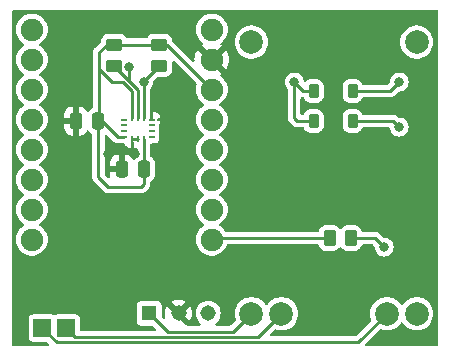
<source format=gbr>
%TF.GenerationSoftware,KiCad,Pcbnew,7.0.10*%
%TF.CreationDate,2024-01-20T13:39:50-08:00*%
%TF.ProjectId,caribou_slime,63617269-626f-4755-9f73-6c696d652e6b,rev?*%
%TF.SameCoordinates,Original*%
%TF.FileFunction,Copper,L2,Bot*%
%TF.FilePolarity,Positive*%
%FSLAX46Y46*%
G04 Gerber Fmt 4.6, Leading zero omitted, Abs format (unit mm)*
G04 Created by KiCad (PCBNEW 7.0.10) date 2024-01-20 13:39:50*
%MOMM*%
%LPD*%
G01*
G04 APERTURE LIST*
G04 Aperture macros list*
%AMRoundRect*
0 Rectangle with rounded corners*
0 $1 Rounding radius*
0 $2 $3 $4 $5 $6 $7 $8 $9 X,Y pos of 4 corners*
0 Add a 4 corners polygon primitive as box body*
4,1,4,$2,$3,$4,$5,$6,$7,$8,$9,$2,$3,0*
0 Add four circle primitives for the rounded corners*
1,1,$1+$1,$2,$3*
1,1,$1+$1,$4,$5*
1,1,$1+$1,$6,$7*
1,1,$1+$1,$8,$9*
0 Add four rect primitives between the rounded corners*
20,1,$1+$1,$2,$3,$4,$5,0*
20,1,$1+$1,$4,$5,$6,$7,0*
20,1,$1+$1,$6,$7,$8,$9,0*
20,1,$1+$1,$8,$9,$2,$3,0*%
G04 Aperture macros list end*
%TA.AperFunction,ComponentPad*%
%ADD10C,1.905000*%
%TD*%
%TA.AperFunction,ComponentPad*%
%ADD11R,1.308000X1.308000*%
%TD*%
%TA.AperFunction,ComponentPad*%
%ADD12C,1.308000*%
%TD*%
%TA.AperFunction,ComponentPad*%
%ADD13C,2.000000*%
%TD*%
%TA.AperFunction,ComponentPad*%
%ADD14R,1.500000X1.500000*%
%TD*%
%TA.AperFunction,SMDPad,CuDef*%
%ADD15RoundRect,0.250000X0.250000X0.475000X-0.250000X0.475000X-0.250000X-0.475000X0.250000X-0.475000X0*%
%TD*%
%TA.AperFunction,SMDPad,CuDef*%
%ADD16RoundRect,0.225000X-0.225000X-0.375000X0.225000X-0.375000X0.225000X0.375000X-0.225000X0.375000X0*%
%TD*%
%TA.AperFunction,SMDPad,CuDef*%
%ADD17RoundRect,0.250000X-0.450000X0.262500X-0.450000X-0.262500X0.450000X-0.262500X0.450000X0.262500X0*%
%TD*%
%TA.AperFunction,SMDPad,CuDef*%
%ADD18R,0.475000X0.250000*%
%TD*%
%TA.AperFunction,SMDPad,CuDef*%
%ADD19R,0.250000X0.475000*%
%TD*%
%TA.AperFunction,SMDPad,CuDef*%
%ADD20RoundRect,0.250000X-0.262500X-0.450000X0.262500X-0.450000X0.262500X0.450000X-0.262500X0.450000X0*%
%TD*%
%TA.AperFunction,ViaPad*%
%ADD21C,0.800000*%
%TD*%
%TA.AperFunction,Conductor*%
%ADD22C,0.250000*%
%TD*%
G04 APERTURE END LIST*
D10*
%TO.P,U1,0,GPIO0*%
%TO.N,Net-(U1-GPIO0)*%
X50165000Y-45085000D03*
%TO.P,U1,1,GPIO1*%
%TO.N,unconnected-(U1-GPIO1-Pad1)*%
X50165000Y-42545000D03*
%TO.P,U1,2,GPIO2*%
%TO.N,unconnected-(U1-GPIO2-Pad2)*%
X50165000Y-40005000D03*
%TO.P,U1,3,GPIO3*%
%TO.N,unconnected-(U1-GPIO3-Pad3)*%
X50165000Y-37465000D03*
%TO.P,U1,3.3,3V3*%
%TO.N,+3V3*%
X50165000Y-32385000D03*
%TO.P,U1,4,GPIO4*%
%TO.N,SDA*%
X50165000Y-34925000D03*
%TO.P,U1,5,GPIO5*%
%TO.N,SCL*%
X34925000Y-27305000D03*
%TO.P,U1,5V,5V*%
%TO.N,+5V*%
X50165000Y-27305000D03*
%TO.P,U1,6,GPIO6*%
%TO.N,unconnected-(U1-GPIO6-Pad6)*%
X34925000Y-29845000D03*
%TO.P,U1,7,GPIO7*%
%TO.N,unconnected-(U1-GPIO7-Pad7)*%
X34925000Y-32385000D03*
%TO.P,U1,8,GPIO8*%
%TO.N,unconnected-(U1-GPIO8-Pad8)*%
X34925000Y-34925000D03*
%TO.P,U1,9,GPIO9*%
%TO.N,unconnected-(U1-GPIO9-Pad9)*%
X34925000Y-37465000D03*
%TO.P,U1,10,GPIO10*%
%TO.N,unconnected-(U1-GPIO10-Pad10)*%
X34925000Y-40005000D03*
%TO.P,U1,20,GPIO20*%
%TO.N,unconnected-(U1-GPIO20-Pad20)*%
X34925000Y-42545000D03*
%TO.P,U1,21,GPIO21*%
%TO.N,unconnected-(U1-GPIO21-Pad21)*%
X34925000Y-45085000D03*
%TO.P,U1,G,GND*%
%TO.N,GND*%
X50165000Y-29845000D03*
%TD*%
D11*
%TO.P,S1,1*%
%TO.N,Net-(U3-OUT-)*%
X44861538Y-51318108D03*
D12*
%TO.P,S1,2*%
%TO.N,GND*%
X47361538Y-51318108D03*
%TO.P,S1,3*%
%TO.N,unconnected-(S1-Pad3)*%
X49861538Y-51318108D03*
%TD*%
D13*
%TO.P,U3,1,+*%
%TO.N,Net-(D1-A)*%
X67528250Y-28360107D03*
%TO.P,U3,2,-*%
%TO.N,unconnected-(U3---Pad2)*%
X53528250Y-28360107D03*
%TO.P,U3,3,OUT+*%
%TO.N,Net-(D2-A)*%
X67528250Y-51360107D03*
%TO.P,U3,4,OUT-*%
%TO.N,Net-(U3-OUT-)*%
X53528250Y-51360107D03*
%TO.P,U3,5,B+*%
%TO.N,Net-(U3-B+)*%
X64988250Y-51360107D03*
%TO.P,U3,6,B-*%
%TO.N,Net-(U3-B-)*%
X56068250Y-51360107D03*
%TD*%
D14*
%TO.P,B-,1,1*%
%TO.N,Net-(U3-B-)*%
X37846000Y-52578000D03*
%TD*%
%TO.P,B+,1,1*%
%TO.N,Net-(U3-B+)*%
X35814000Y-52578000D03*
%TD*%
D15*
%TO.P,C1,1*%
%TO.N,+3V3*%
X40574000Y-35052000D03*
%TO.P,C1,2*%
%TO.N,GND*%
X38674000Y-35052000D03*
%TD*%
D16*
%TO.P,D1,1,K*%
%TO.N,+5V*%
X58802000Y-32512000D03*
%TO.P,D1,2,A*%
%TO.N,Net-(D1-A)*%
X62102000Y-32512000D03*
%TD*%
D17*
%TO.P,R1,1*%
%TO.N,+3V3*%
X41910000Y-28572870D03*
%TO.P,R1,2*%
%TO.N,SCL*%
X41910000Y-30397870D03*
%TD*%
D18*
%TO.P,U2,1,SDO*%
%TO.N,GND*%
X45085000Y-34925000D03*
%TO.P,U2,2,ASDX*%
%TO.N,unconnected-(U2-ASDX-Pad2)*%
X45085000Y-35425000D03*
%TO.P,U2,3,ASCX*%
%TO.N,unconnected-(U2-ASCX-Pad3)*%
X45085000Y-35925000D03*
%TO.P,U2,4,INT1*%
%TO.N,unconnected-(U2-INT1-Pad4)*%
X45085000Y-36425000D03*
D19*
%TO.P,U2,5,VDDIO*%
%TO.N,+3V3*%
X44422500Y-36587500D03*
%TO.P,U2,6,GNDIO*%
%TO.N,GND*%
X43922500Y-36587500D03*
%TO.P,U2,7,GND*%
X43422500Y-36587500D03*
D18*
%TO.P,U2,8,VDD*%
%TO.N,+3V3*%
X42760000Y-36425000D03*
%TO.P,U2,9,INT2*%
%TO.N,unconnected-(U2-INT2-Pad9)*%
X42760000Y-35925000D03*
%TO.P,U2,10,OSCB*%
%TO.N,unconnected-(U2-OSCB-Pad10)*%
X42760000Y-35425000D03*
%TO.P,U2,11,OSDO*%
%TO.N,unconnected-(U2-OSDO-Pad11)*%
X42760000Y-34925000D03*
D19*
%TO.P,U2,12,CSB*%
%TO.N,+3V3*%
X43422500Y-34762500D03*
%TO.P,U2,13,SCX*%
%TO.N,SCL*%
X43922500Y-34762500D03*
%TO.P,U2,14,SDX*%
%TO.N,SDA*%
X44422500Y-34762500D03*
%TD*%
D17*
%TO.P,R2,1*%
%TO.N,+3V3*%
X45720000Y-28575000D03*
%TO.P,R2,2*%
%TO.N,SDA*%
X45720000Y-30400000D03*
%TD*%
D16*
%TO.P,D2,1,K*%
%TO.N,+5V*%
X58802000Y-35052000D03*
%TO.P,D2,2,A*%
%TO.N,Net-(D2-A)*%
X62102000Y-35052000D03*
%TD*%
D15*
%TO.P,C2,1*%
%TO.N,+3V3*%
X44450000Y-39116000D03*
%TO.P,C2,2*%
%TO.N,GND*%
X42550000Y-39116000D03*
%TD*%
D20*
%TO.P,R3,1*%
%TO.N,Net-(U1-GPIO0)*%
X60151000Y-44958000D03*
%TO.P,R3,2*%
%TO.N,Net-(U3-B+)*%
X61976000Y-44958000D03*
%TD*%
D21*
%TO.N,+5V*%
X57150000Y-31750000D03*
%TO.N,Net-(D1-A)*%
X66040000Y-31750000D03*
%TO.N,Net-(D2-A)*%
X66040000Y-35560000D03*
%TO.N,GND*%
X41402000Y-37846000D03*
X43688000Y-37846000D03*
%TO.N,Net-(U3-B+)*%
X64770000Y-45720000D03*
%TO.N,SCL*%
X43180000Y-30480000D03*
%TO.N,SDA*%
X44422500Y-31750000D03*
%TD*%
D22*
%TO.N,+3V3*%
X44196000Y-40640000D02*
X44450000Y-40386000D01*
X43422500Y-34762500D02*
X43422500Y-32546766D01*
X43422500Y-32546766D02*
X42625734Y-31750000D01*
X40574000Y-39812000D02*
X41402000Y-40640000D01*
X45143502Y-28575000D02*
X45145632Y-28572870D01*
X40574000Y-35052000D02*
X40574000Y-39812000D01*
X46355000Y-28575000D02*
X50165000Y-32385000D01*
X40640000Y-30660470D02*
X40640000Y-29210000D01*
X40640000Y-30660470D02*
X40640000Y-34817500D01*
X41402000Y-40640000D02*
X44196000Y-40640000D01*
X40640000Y-29210000D02*
X41275000Y-28575000D01*
X42625734Y-31750000D02*
X41729530Y-31750000D01*
X41275000Y-28575000D02*
X45720000Y-28575000D01*
X44422500Y-36587500D02*
X44422500Y-39088500D01*
X45720000Y-28575000D02*
X46355000Y-28575000D01*
X44422500Y-39088500D02*
X44450000Y-39116000D01*
X44450000Y-40386000D02*
X44450000Y-39116000D01*
X40640000Y-34817500D02*
X42247500Y-36425000D01*
X41729530Y-31750000D02*
X40640000Y-30660470D01*
X42247500Y-36425000D02*
X42760000Y-36425000D01*
%TO.N,+5V*%
X58802000Y-35052000D02*
X57404000Y-35052000D01*
X57150000Y-34798000D02*
X57150000Y-31750000D01*
X57404000Y-35052000D02*
X57150000Y-34798000D01*
X58802000Y-32512000D02*
X57912000Y-32512000D01*
X57912000Y-32512000D02*
X57150000Y-31750000D01*
%TO.N,Net-(D1-A)*%
X66040000Y-31750000D02*
X65278000Y-32512000D01*
X65278000Y-32512000D02*
X62102000Y-32512000D01*
%TO.N,Net-(D2-A)*%
X65532000Y-35052000D02*
X66040000Y-35560000D01*
X62102000Y-35052000D02*
X65532000Y-35052000D01*
%TO.N,GND*%
X43422500Y-36587500D02*
X43688000Y-36587500D01*
X54605000Y-32385000D02*
X54610000Y-32380000D01*
X43688000Y-36587500D02*
X43922500Y-36587500D01*
%TO.N,Net-(U3-B+)*%
X64008000Y-44958000D02*
X61976000Y-44958000D01*
X64770000Y-45720000D02*
X64008000Y-44958000D01*
X37026000Y-53790000D02*
X62558357Y-53790000D01*
X35814000Y-52578000D02*
X37026000Y-53790000D01*
X62558357Y-53790000D02*
X64988250Y-51360107D01*
%TO.N,Net-(U3-B-)*%
X54088357Y-53340000D02*
X38608000Y-53340000D01*
X38608000Y-53340000D02*
X37846000Y-52578000D01*
X56068250Y-51360107D02*
X54088357Y-53340000D01*
%TO.N,SCL*%
X43922500Y-34762500D02*
X43922500Y-32410370D01*
X43221065Y-31708935D02*
X41910000Y-30397870D01*
X43922500Y-32410370D02*
X43221065Y-31708935D01*
X43180000Y-31667870D02*
X43180000Y-30480000D01*
X43221065Y-31708935D02*
X43180000Y-31667870D01*
%TO.N,SDA*%
X44422500Y-31697500D02*
X45720000Y-30400000D01*
X44422500Y-34762500D02*
X44422500Y-31750000D01*
X44422500Y-31750000D02*
X44422500Y-31697500D01*
%TO.N,Net-(U1-GPIO0)*%
X50292000Y-44958000D02*
X50165000Y-45085000D01*
X60151000Y-44958000D02*
X50292000Y-44958000D01*
%TO.N,Net-(U3-OUT-)*%
X46433430Y-52890000D02*
X44861538Y-51318108D01*
X51998357Y-52890000D02*
X46433430Y-52890000D01*
X53528250Y-51360107D02*
X51998357Y-52890000D01*
%TD*%
%TA.AperFunction,Conductor*%
%TO.N,GND*%
G36*
X41304703Y-36225818D02*
G01*
X41311169Y-36231839D01*
X41545479Y-36466148D01*
X41868044Y-36788713D01*
X41870986Y-36791757D01*
X41912743Y-36836468D01*
X41946001Y-36856692D01*
X41956498Y-36863836D01*
X41960986Y-36867239D01*
X41987525Y-36887364D01*
X42003010Y-36893470D01*
X42021948Y-36902876D01*
X42036172Y-36911526D01*
X42073668Y-36922031D01*
X42085680Y-36926071D01*
X42121911Y-36940359D01*
X42138477Y-36942061D01*
X42159241Y-36946008D01*
X42175272Y-36950500D01*
X42214203Y-36950500D01*
X42226882Y-36951150D01*
X42231927Y-36951668D01*
X42265609Y-36955131D01*
X42282013Y-36952302D01*
X42303079Y-36950500D01*
X42724567Y-36950500D01*
X42791606Y-36970185D01*
X42837361Y-37022989D01*
X42840748Y-37031166D01*
X42854146Y-37067089D01*
X42854148Y-37067092D01*
X42940309Y-37182187D01*
X42940312Y-37182190D01*
X43055406Y-37268350D01*
X43055413Y-37268354D01*
X43190120Y-37318596D01*
X43190127Y-37318598D01*
X43249655Y-37324999D01*
X43249672Y-37325000D01*
X43297500Y-37325000D01*
X43297500Y-36867239D01*
X43317185Y-36800200D01*
X43321192Y-36794340D01*
X43323192Y-36791588D01*
X43378527Y-36748930D01*
X43448141Y-36742960D01*
X43509932Y-36775574D01*
X43544281Y-36836417D01*
X43547500Y-36864487D01*
X43547500Y-37325000D01*
X43595328Y-37325000D01*
X43595341Y-37324999D01*
X43659243Y-37318128D01*
X43685757Y-37318128D01*
X43749658Y-37324999D01*
X43749672Y-37325000D01*
X43773000Y-37325000D01*
X43840039Y-37344685D01*
X43885794Y-37397489D01*
X43897000Y-37449000D01*
X43897000Y-37993721D01*
X43877315Y-38060760D01*
X43836123Y-38100452D01*
X43798137Y-38122917D01*
X43798129Y-38122923D01*
X43681923Y-38239129D01*
X43681916Y-38239138D01*
X43664734Y-38268193D01*
X43613665Y-38315876D01*
X43544923Y-38328380D01*
X43480334Y-38301735D01*
X43452463Y-38270169D01*
X43392315Y-38172654D01*
X43268345Y-38048684D01*
X43119124Y-37956643D01*
X43119119Y-37956641D01*
X42952697Y-37901494D01*
X42952690Y-37901493D01*
X42849986Y-37891000D01*
X42800000Y-37891000D01*
X42800000Y-39242000D01*
X42780315Y-39309039D01*
X42727511Y-39354794D01*
X42676000Y-39366000D01*
X41550001Y-39366000D01*
X41550001Y-39640989D01*
X41560528Y-39744037D01*
X41547758Y-39812730D01*
X41499877Y-39863614D01*
X41432087Y-39880534D01*
X41365911Y-39858118D01*
X41349489Y-39844319D01*
X41135819Y-39630649D01*
X41102334Y-39569326D01*
X41099500Y-39542968D01*
X41099500Y-38866000D01*
X41550000Y-38866000D01*
X42300000Y-38866000D01*
X42300000Y-37891000D01*
X42299999Y-37890999D01*
X42250029Y-37891000D01*
X42250011Y-37891001D01*
X42147302Y-37901494D01*
X41980880Y-37956641D01*
X41980875Y-37956643D01*
X41831654Y-38048684D01*
X41707684Y-38172654D01*
X41615643Y-38321875D01*
X41615641Y-38321880D01*
X41560494Y-38488302D01*
X41560493Y-38488309D01*
X41550000Y-38591013D01*
X41550000Y-38866000D01*
X41099500Y-38866000D01*
X41099500Y-36319531D01*
X41119185Y-36252492D01*
X41171989Y-36206737D01*
X41241147Y-36196793D01*
X41304703Y-36225818D01*
G37*
%TD.AperFunction*%
%TA.AperFunction,Conductor*%
G36*
X69284539Y-25674185D02*
G01*
X69330294Y-25726989D01*
X69341500Y-25778500D01*
X69341500Y-53977500D01*
X69321815Y-54044539D01*
X69269011Y-54090294D01*
X69217500Y-54101500D01*
X63289389Y-54101500D01*
X63222350Y-54081815D01*
X63176595Y-54029011D01*
X63166651Y-53959853D01*
X63195676Y-53896297D01*
X63201708Y-53889819D01*
X63435482Y-53656045D01*
X64384452Y-52707073D01*
X64445773Y-52673590D01*
X64512393Y-52677474D01*
X64550334Y-52690500D01*
X64643268Y-52722405D01*
X64711753Y-52733833D01*
X64872201Y-52760607D01*
X64872202Y-52760607D01*
X65104298Y-52760607D01*
X65104299Y-52760607D01*
X65333231Y-52722405D01*
X65552753Y-52647043D01*
X65756876Y-52536577D01*
X65940034Y-52394020D01*
X66097229Y-52223260D01*
X66154441Y-52135689D01*
X66207587Y-52090333D01*
X66276818Y-52080909D01*
X66340154Y-52110411D01*
X66362059Y-52135690D01*
X66419266Y-52223254D01*
X66419269Y-52223258D01*
X66419271Y-52223260D01*
X66576466Y-52394020D01*
X66576469Y-52394022D01*
X66576472Y-52394025D01*
X66759615Y-52536571D01*
X66759621Y-52536575D01*
X66759624Y-52536577D01*
X66963747Y-52647043D01*
X67077737Y-52686175D01*
X67183265Y-52722404D01*
X67183267Y-52722404D01*
X67183269Y-52722405D01*
X67412201Y-52760607D01*
X67412202Y-52760607D01*
X67644298Y-52760607D01*
X67644299Y-52760607D01*
X67873231Y-52722405D01*
X68092753Y-52647043D01*
X68296876Y-52536577D01*
X68480034Y-52394020D01*
X68637229Y-52223260D01*
X68764174Y-52028956D01*
X68857407Y-51816407D01*
X68914384Y-51591412D01*
X68914385Y-51591404D01*
X68933550Y-51360113D01*
X68933550Y-51360100D01*
X68914385Y-51128809D01*
X68914383Y-51128798D01*
X68857407Y-50903806D01*
X68764174Y-50691258D01*
X68637233Y-50496959D01*
X68637230Y-50496956D01*
X68637229Y-50496954D01*
X68480034Y-50326194D01*
X68480029Y-50326190D01*
X68480027Y-50326188D01*
X68296884Y-50183642D01*
X68296878Y-50183638D01*
X68092754Y-50073171D01*
X68092745Y-50073168D01*
X67873234Y-49997809D01*
X67701532Y-49969157D01*
X67644299Y-49959607D01*
X67412201Y-49959607D01*
X67366414Y-49967247D01*
X67183265Y-49997809D01*
X66963754Y-50073168D01*
X66963745Y-50073171D01*
X66759621Y-50183638D01*
X66759615Y-50183642D01*
X66576472Y-50326188D01*
X66576469Y-50326191D01*
X66576466Y-50326193D01*
X66576466Y-50326194D01*
X66517517Y-50390229D01*
X66419266Y-50496959D01*
X66362059Y-50584523D01*
X66308912Y-50629880D01*
X66239681Y-50639304D01*
X66176345Y-50609802D01*
X66154441Y-50584523D01*
X66097233Y-50496959D01*
X66097230Y-50496956D01*
X66097229Y-50496954D01*
X65940034Y-50326194D01*
X65940029Y-50326190D01*
X65940027Y-50326188D01*
X65756884Y-50183642D01*
X65756878Y-50183638D01*
X65552754Y-50073171D01*
X65552745Y-50073168D01*
X65333234Y-49997809D01*
X65161532Y-49969157D01*
X65104299Y-49959607D01*
X64872201Y-49959607D01*
X64826414Y-49967247D01*
X64643265Y-49997809D01*
X64423754Y-50073168D01*
X64423745Y-50073171D01*
X64219621Y-50183638D01*
X64219615Y-50183642D01*
X64036472Y-50326188D01*
X64036469Y-50326191D01*
X64036466Y-50326193D01*
X64036466Y-50326194D01*
X63977517Y-50390229D01*
X63879266Y-50496959D01*
X63752325Y-50691258D01*
X63659092Y-50903806D01*
X63602116Y-51128798D01*
X63602114Y-51128809D01*
X63582950Y-51360100D01*
X63582950Y-51360113D01*
X63602114Y-51591404D01*
X63602116Y-51591415D01*
X63659092Y-51816405D01*
X63659095Y-51816414D01*
X63664604Y-51828974D01*
X63673504Y-51898274D01*
X63643524Y-51961385D01*
X63638727Y-51966459D01*
X62377007Y-53228181D01*
X62315684Y-53261666D01*
X62289326Y-53264500D01*
X55206389Y-53264500D01*
X55139350Y-53244815D01*
X55093595Y-53192011D01*
X55083651Y-53122853D01*
X55112676Y-53059297D01*
X55118708Y-53052819D01*
X55376711Y-52794815D01*
X55464452Y-52707073D01*
X55525773Y-52673590D01*
X55592393Y-52677474D01*
X55630334Y-52690500D01*
X55723268Y-52722405D01*
X55791753Y-52733833D01*
X55952201Y-52760607D01*
X55952202Y-52760607D01*
X56184298Y-52760607D01*
X56184299Y-52760607D01*
X56413231Y-52722405D01*
X56632753Y-52647043D01*
X56836876Y-52536577D01*
X57020034Y-52394020D01*
X57177229Y-52223260D01*
X57304174Y-52028956D01*
X57397407Y-51816407D01*
X57454384Y-51591412D01*
X57454385Y-51591404D01*
X57473550Y-51360113D01*
X57473550Y-51360100D01*
X57454385Y-51128809D01*
X57454383Y-51128798D01*
X57397407Y-50903806D01*
X57304174Y-50691258D01*
X57177233Y-50496959D01*
X57177230Y-50496956D01*
X57177229Y-50496954D01*
X57020034Y-50326194D01*
X57020029Y-50326190D01*
X57020027Y-50326188D01*
X56836884Y-50183642D01*
X56836878Y-50183638D01*
X56632754Y-50073171D01*
X56632745Y-50073168D01*
X56413234Y-49997809D01*
X56241532Y-49969157D01*
X56184299Y-49959607D01*
X55952201Y-49959607D01*
X55906414Y-49967247D01*
X55723265Y-49997809D01*
X55503754Y-50073168D01*
X55503745Y-50073171D01*
X55299621Y-50183638D01*
X55299615Y-50183642D01*
X55116472Y-50326188D01*
X55116469Y-50326191D01*
X55116466Y-50326193D01*
X55116466Y-50326194D01*
X55057517Y-50390229D01*
X54959266Y-50496959D01*
X54902059Y-50584523D01*
X54848912Y-50629880D01*
X54779681Y-50639304D01*
X54716345Y-50609802D01*
X54694441Y-50584523D01*
X54637233Y-50496959D01*
X54637230Y-50496956D01*
X54637229Y-50496954D01*
X54480034Y-50326194D01*
X54480029Y-50326190D01*
X54480027Y-50326188D01*
X54296884Y-50183642D01*
X54296878Y-50183638D01*
X54092754Y-50073171D01*
X54092745Y-50073168D01*
X53873234Y-49997809D01*
X53701532Y-49969157D01*
X53644299Y-49959607D01*
X53412201Y-49959607D01*
X53366414Y-49967247D01*
X53183265Y-49997809D01*
X52963754Y-50073168D01*
X52963745Y-50073171D01*
X52759621Y-50183638D01*
X52759615Y-50183642D01*
X52576472Y-50326188D01*
X52576469Y-50326191D01*
X52576466Y-50326193D01*
X52576466Y-50326194D01*
X52517517Y-50390229D01*
X52419266Y-50496959D01*
X52292325Y-50691258D01*
X52199092Y-50903806D01*
X52142116Y-51128798D01*
X52142114Y-51128809D01*
X52122950Y-51360100D01*
X52122950Y-51360113D01*
X52142114Y-51591404D01*
X52142116Y-51591415D01*
X52199092Y-51816404D01*
X52204603Y-51828968D01*
X52213506Y-51898268D01*
X52183529Y-51961380D01*
X52178728Y-51966459D01*
X51817007Y-52328181D01*
X51755684Y-52361666D01*
X51729326Y-52364500D01*
X50595281Y-52364500D01*
X50528242Y-52344815D01*
X50482487Y-52292011D01*
X50472543Y-52222853D01*
X50501568Y-52159297D01*
X50516616Y-52144647D01*
X50610790Y-52067360D01*
X50642308Y-52028955D01*
X50742565Y-51906791D01*
X50840483Y-51723600D01*
X50900780Y-51524826D01*
X50921140Y-51318108D01*
X50900780Y-51111390D01*
X50840483Y-50912616D01*
X50840481Y-50912613D01*
X50840481Y-50912611D01*
X50742568Y-50729430D01*
X50742566Y-50729428D01*
X50742565Y-50729425D01*
X50663094Y-50632589D01*
X50610790Y-50568855D01*
X50450222Y-50437082D01*
X50450215Y-50437077D01*
X50267034Y-50339164D01*
X50068254Y-50278865D01*
X49861538Y-50258506D01*
X49654821Y-50278865D01*
X49456041Y-50339164D01*
X49272860Y-50437077D01*
X49272853Y-50437082D01*
X49112285Y-50568855D01*
X48980512Y-50729423D01*
X48980507Y-50729430D01*
X48882594Y-50912611D01*
X48822295Y-51111391D01*
X48801936Y-51318108D01*
X48822295Y-51524824D01*
X48882594Y-51723604D01*
X48980507Y-51906785D01*
X48980512Y-51906792D01*
X49112285Y-52067360D01*
X49206460Y-52144647D01*
X49245794Y-52202392D01*
X49247665Y-52272237D01*
X49211478Y-52332005D01*
X49148722Y-52362721D01*
X49127795Y-52364500D01*
X48105738Y-52364500D01*
X48038699Y-52344815D01*
X48018057Y-52328181D01*
X47405938Y-51716061D01*
X47486686Y-51703273D01*
X47599583Y-51645749D01*
X47689179Y-51556153D01*
X47746703Y-51443256D01*
X47759491Y-51362508D01*
X48337556Y-51940572D01*
X48337557Y-51940572D01*
X48346890Y-51928215D01*
X48346893Y-51928210D01*
X48442216Y-51736777D01*
X48442222Y-51736762D01*
X48500748Y-51531064D01*
X48500749Y-51531062D01*
X48520482Y-51318108D01*
X48520482Y-51318107D01*
X48500749Y-51105153D01*
X48500748Y-51105151D01*
X48442222Y-50899453D01*
X48442216Y-50899438D01*
X48346895Y-50708009D01*
X48346893Y-50708006D01*
X48337556Y-50695642D01*
X47759491Y-51273707D01*
X47746703Y-51192960D01*
X47689179Y-51080063D01*
X47599583Y-50990467D01*
X47486686Y-50932943D01*
X47405938Y-50920154D01*
X47981450Y-50344641D01*
X47878124Y-50280664D01*
X47878123Y-50280663D01*
X47678700Y-50203407D01*
X47468470Y-50164108D01*
X47254606Y-50164108D01*
X47044375Y-50203407D01*
X46844954Y-50280662D01*
X46844948Y-50280665D01*
X46741625Y-50344640D01*
X46741624Y-50344641D01*
X47317138Y-50920154D01*
X47236390Y-50932943D01*
X47123493Y-50990467D01*
X47033897Y-51080063D01*
X46976373Y-51192960D01*
X46963584Y-51273707D01*
X46385518Y-50695641D01*
X46376184Y-50708001D01*
X46280859Y-50899438D01*
X46280853Y-50899453D01*
X46222327Y-51105151D01*
X46222326Y-51105153D01*
X46202594Y-51318107D01*
X46202594Y-51318108D01*
X46222326Y-51531062D01*
X46252591Y-51637428D01*
X46252005Y-51707296D01*
X46213738Y-51765754D01*
X46149941Y-51794245D01*
X46080868Y-51783721D01*
X46045644Y-51759044D01*
X45952356Y-51665756D01*
X45918871Y-51604433D01*
X45916037Y-51578075D01*
X45916037Y-50632590D01*
X45912428Y-50609802D01*
X45901184Y-50538804D01*
X45843588Y-50425766D01*
X45843584Y-50425762D01*
X45843583Y-50425760D01*
X45753885Y-50336062D01*
X45753882Y-50336060D01*
X45753880Y-50336058D01*
X45645164Y-50280664D01*
X45640839Y-50278460D01*
X45547062Y-50263608D01*
X44176020Y-50263608D01*
X44095057Y-50276431D01*
X44082234Y-50278462D01*
X43969196Y-50336058D01*
X43969195Y-50336059D01*
X43969190Y-50336062D01*
X43879492Y-50425760D01*
X43879489Y-50425765D01*
X43879488Y-50425766D01*
X43860289Y-50463445D01*
X43821890Y-50538806D01*
X43807038Y-50632583D01*
X43807038Y-52003625D01*
X43817133Y-52067360D01*
X43821892Y-52097412D01*
X43879488Y-52210450D01*
X43879490Y-52210452D01*
X43879492Y-52210455D01*
X43969190Y-52300153D01*
X43969192Y-52300154D01*
X43969196Y-52300158D01*
X44081441Y-52357350D01*
X44082236Y-52357755D01*
X44176013Y-52372607D01*
X44176019Y-52372608D01*
X45121505Y-52372607D01*
X45188544Y-52392291D01*
X45209186Y-52408926D01*
X45336837Y-52536577D01*
X45403080Y-52602819D01*
X45436565Y-52664142D01*
X45431581Y-52733833D01*
X45389710Y-52789767D01*
X45324245Y-52814184D01*
X45315399Y-52814500D01*
X39120500Y-52814500D01*
X39053461Y-52794815D01*
X39007706Y-52742011D01*
X38996500Y-52690500D01*
X38996499Y-51796482D01*
X38994478Y-51783721D01*
X38981646Y-51702696D01*
X38924050Y-51589658D01*
X38924046Y-51589654D01*
X38924045Y-51589652D01*
X38834347Y-51499954D01*
X38834344Y-51499952D01*
X38834342Y-51499950D01*
X38757517Y-51460805D01*
X38721301Y-51442352D01*
X38627524Y-51427500D01*
X37064482Y-51427500D01*
X36983519Y-51440323D01*
X36970696Y-51442354D01*
X36886293Y-51485359D01*
X36817625Y-51498255D01*
X36773706Y-51485359D01*
X36737934Y-51467132D01*
X36689301Y-51442352D01*
X36595524Y-51427500D01*
X35032482Y-51427500D01*
X34951519Y-51440323D01*
X34938696Y-51442354D01*
X34825658Y-51499950D01*
X34825657Y-51499951D01*
X34825652Y-51499954D01*
X34735954Y-51589652D01*
X34735951Y-51589657D01*
X34735950Y-51589658D01*
X34735055Y-51591415D01*
X34678352Y-51702698D01*
X34663500Y-51796475D01*
X34663500Y-53359517D01*
X34674292Y-53427657D01*
X34678354Y-53453304D01*
X34735950Y-53566342D01*
X34735952Y-53566344D01*
X34735954Y-53566347D01*
X34825652Y-53656045D01*
X34825654Y-53656046D01*
X34825658Y-53656050D01*
X34938696Y-53713646D01*
X34938698Y-53713647D01*
X35032475Y-53728499D01*
X35032481Y-53728500D01*
X36169967Y-53728499D01*
X36237006Y-53748184D01*
X36257648Y-53764818D01*
X36382649Y-53889819D01*
X36416134Y-53951142D01*
X36411150Y-54020834D01*
X36369278Y-54076767D01*
X36303814Y-54101184D01*
X36294968Y-54101500D01*
X33398500Y-54101500D01*
X33331461Y-54081815D01*
X33285706Y-54029011D01*
X33274500Y-53977500D01*
X33274500Y-45085006D01*
X33567363Y-45085006D01*
X33585877Y-45308452D01*
X33585879Y-45308460D01*
X33640923Y-45525823D01*
X33730994Y-45731165D01*
X33853631Y-45918874D01*
X33853634Y-45918878D01*
X34005497Y-46083846D01*
X34005500Y-46083848D01*
X34005503Y-46083851D01*
X34182434Y-46221562D01*
X34182440Y-46221566D01*
X34182443Y-46221568D01*
X34379643Y-46328288D01*
X34591720Y-46401094D01*
X34812887Y-46438000D01*
X35037113Y-46438000D01*
X35258280Y-46401094D01*
X35470357Y-46328288D01*
X35667557Y-46221568D01*
X35844503Y-46083846D01*
X35996366Y-45918878D01*
X36119006Y-45731164D01*
X36209076Y-45525824D01*
X36264121Y-45308460D01*
X36264122Y-45308452D01*
X36282637Y-45085006D01*
X36282637Y-45084993D01*
X36264122Y-44861547D01*
X36264121Y-44861544D01*
X36264121Y-44861540D01*
X36209076Y-44644176D01*
X36119006Y-44438836D01*
X36114866Y-44432500D01*
X35996368Y-44251125D01*
X35996367Y-44251124D01*
X35996366Y-44251122D01*
X35844503Y-44086154D01*
X35844498Y-44086150D01*
X35844496Y-44086148D01*
X35667565Y-43948437D01*
X35667559Y-43948433D01*
X35657704Y-43943100D01*
X35622511Y-43924054D01*
X35572922Y-43874835D01*
X35557814Y-43806618D01*
X35581985Y-43741063D01*
X35622511Y-43705945D01*
X35667557Y-43681568D01*
X35844503Y-43543846D01*
X35996366Y-43378878D01*
X36119006Y-43191164D01*
X36209076Y-42985824D01*
X36264121Y-42768460D01*
X36282637Y-42545000D01*
X36282637Y-42544993D01*
X36264122Y-42321547D01*
X36264121Y-42321544D01*
X36264121Y-42321540D01*
X36209076Y-42104176D01*
X36119006Y-41898836D01*
X35996366Y-41711122D01*
X35844503Y-41546154D01*
X35844498Y-41546150D01*
X35844496Y-41546148D01*
X35667565Y-41408437D01*
X35667559Y-41408433D01*
X35657704Y-41403100D01*
X35622511Y-41384054D01*
X35572922Y-41334835D01*
X35557814Y-41266618D01*
X35581985Y-41201063D01*
X35622511Y-41165945D01*
X35667557Y-41141568D01*
X35669689Y-41139909D01*
X35748158Y-41078834D01*
X35844503Y-41003846D01*
X35996366Y-40838878D01*
X36119006Y-40651164D01*
X36209076Y-40445824D01*
X36264121Y-40228460D01*
X36266507Y-40199665D01*
X36282637Y-40005006D01*
X36282637Y-40004993D01*
X36264122Y-39781547D01*
X36264121Y-39781544D01*
X36264121Y-39781540D01*
X36209076Y-39564176D01*
X36119006Y-39358836D01*
X36116365Y-39354794D01*
X35996368Y-39171125D01*
X35996367Y-39171124D01*
X35996366Y-39171122D01*
X35844503Y-39006154D01*
X35844498Y-39006150D01*
X35844496Y-39006148D01*
X35667565Y-38868437D01*
X35667559Y-38868433D01*
X35657704Y-38863100D01*
X35622511Y-38844054D01*
X35572922Y-38794835D01*
X35557814Y-38726618D01*
X35581985Y-38661063D01*
X35622511Y-38625945D01*
X35667557Y-38601568D01*
X35844503Y-38463846D01*
X35996366Y-38298878D01*
X36119006Y-38111164D01*
X36209076Y-37905824D01*
X36264121Y-37688460D01*
X36282637Y-37465000D01*
X36282637Y-37464993D01*
X36264122Y-37241547D01*
X36264121Y-37241544D01*
X36264121Y-37241540D01*
X36209076Y-37024176D01*
X36119006Y-36818836D01*
X36106830Y-36800200D01*
X35996368Y-36631125D01*
X35996367Y-36631124D01*
X35996366Y-36631122D01*
X35844503Y-36466154D01*
X35844498Y-36466150D01*
X35844496Y-36466148D01*
X35667565Y-36328437D01*
X35667559Y-36328433D01*
X35649169Y-36318481D01*
X35622511Y-36304054D01*
X35572922Y-36254835D01*
X35557814Y-36186618D01*
X35581985Y-36121063D01*
X35622511Y-36085945D01*
X35667557Y-36061568D01*
X35844503Y-35923846D01*
X35996366Y-35758878D01*
X36119006Y-35571164D01*
X36209076Y-35365824D01*
X36225239Y-35302000D01*
X37674001Y-35302000D01*
X37674001Y-35576986D01*
X37684494Y-35679697D01*
X37739641Y-35846119D01*
X37739643Y-35846124D01*
X37831684Y-35995345D01*
X37955654Y-36119315D01*
X38104875Y-36211356D01*
X38104880Y-36211358D01*
X38271302Y-36266505D01*
X38271309Y-36266506D01*
X38374019Y-36276999D01*
X38924000Y-36276999D01*
X38973972Y-36276999D01*
X38973986Y-36276998D01*
X39076697Y-36266505D01*
X39243119Y-36211358D01*
X39243124Y-36211356D01*
X39392345Y-36119315D01*
X39516317Y-35995343D01*
X39576463Y-35897831D01*
X39628411Y-35851106D01*
X39697373Y-35839883D01*
X39761455Y-35867726D01*
X39788732Y-35899803D01*
X39805919Y-35928865D01*
X39805921Y-35928867D01*
X39805923Y-35928870D01*
X39922129Y-36045076D01*
X39922138Y-36045083D01*
X39934677Y-36052498D01*
X39987620Y-36083808D01*
X40035304Y-36134875D01*
X40048500Y-36190540D01*
X40048500Y-39800890D01*
X40048428Y-39805123D01*
X40046340Y-39866250D01*
X40055556Y-39904068D01*
X40057927Y-39916540D01*
X40063228Y-39955109D01*
X40069864Y-39970387D01*
X40076602Y-39990424D01*
X40080542Y-40006593D01*
X40080543Y-40006594D01*
X40099618Y-40040520D01*
X40105266Y-40051890D01*
X40120782Y-40087612D01*
X40131283Y-40100518D01*
X40143182Y-40118000D01*
X40151342Y-40132512D01*
X40178878Y-40160048D01*
X40187377Y-40169466D01*
X40211943Y-40199662D01*
X40211944Y-40199663D01*
X40211946Y-40199665D01*
X40225544Y-40209264D01*
X40241715Y-40222885D01*
X41022558Y-41003728D01*
X41025499Y-41006771D01*
X41044035Y-41026617D01*
X41067245Y-41051469D01*
X41100499Y-41071691D01*
X41110990Y-41078830D01*
X41142025Y-41102365D01*
X41142028Y-41102366D01*
X41142028Y-41102367D01*
X41157509Y-41108471D01*
X41176451Y-41117878D01*
X41190672Y-41126526D01*
X41228160Y-41137029D01*
X41240184Y-41141072D01*
X41276411Y-41155359D01*
X41292977Y-41157061D01*
X41313741Y-41161008D01*
X41329772Y-41165500D01*
X41368696Y-41165500D01*
X41381376Y-41166150D01*
X41384275Y-41166447D01*
X41420110Y-41170132D01*
X41436518Y-41167303D01*
X41457586Y-41165500D01*
X44184890Y-41165500D01*
X44189122Y-41165572D01*
X44192352Y-41165682D01*
X44250245Y-41167660D01*
X44288070Y-41158441D01*
X44300513Y-41156075D01*
X44339111Y-41150771D01*
X44354386Y-41144135D01*
X44374421Y-41137397D01*
X44390594Y-41133457D01*
X44424531Y-41114374D01*
X44435879Y-41108737D01*
X44465737Y-41095769D01*
X44471605Y-41093221D01*
X44471605Y-41093220D01*
X44471609Y-41093219D01*
X44484528Y-41082707D01*
X44501997Y-41070818D01*
X44516512Y-41062658D01*
X44544051Y-41035117D01*
X44553472Y-41026617D01*
X44583664Y-41002055D01*
X44583665Y-41002054D01*
X44593266Y-40988452D01*
X44606882Y-40972286D01*
X44813756Y-40765411D01*
X44816741Y-40762526D01*
X44861469Y-40720755D01*
X44881702Y-40687480D01*
X44888833Y-40677004D01*
X44912364Y-40645975D01*
X44918473Y-40630482D01*
X44927876Y-40611551D01*
X44936526Y-40597328D01*
X44947030Y-40559835D01*
X44951071Y-40547818D01*
X44965359Y-40511589D01*
X44967061Y-40495022D01*
X44971006Y-40474264D01*
X44975500Y-40458228D01*
X44975500Y-40419295D01*
X44976150Y-40406615D01*
X44980131Y-40367890D01*
X44977303Y-40351487D01*
X44975500Y-40330419D01*
X44975500Y-40254540D01*
X44995185Y-40187501D01*
X45036379Y-40147808D01*
X45101865Y-40109081D01*
X45218081Y-39992865D01*
X45301744Y-39851398D01*
X45347598Y-39693569D01*
X45350500Y-39656694D01*
X45350500Y-38575306D01*
X45347598Y-38538431D01*
X45325929Y-38463848D01*
X45301745Y-38380606D01*
X45301744Y-38380603D01*
X45301744Y-38380602D01*
X45218081Y-38239135D01*
X45218079Y-38239133D01*
X45218076Y-38239129D01*
X45101870Y-38122923D01*
X45101861Y-38122916D01*
X45008879Y-38067927D01*
X44961195Y-38016858D01*
X44948000Y-37961195D01*
X44948000Y-37074499D01*
X44967685Y-37007460D01*
X45020489Y-36961705D01*
X45072000Y-36950499D01*
X45354017Y-36950499D01*
X45354018Y-36950499D01*
X45447804Y-36935646D01*
X45560842Y-36878050D01*
X45650550Y-36788342D01*
X45708146Y-36675304D01*
X45708146Y-36675302D01*
X45708147Y-36675301D01*
X45722999Y-36581524D01*
X45723000Y-36581519D01*
X45722999Y-36268482D01*
X45722999Y-36268477D01*
X45711266Y-36194397D01*
X45711266Y-36155604D01*
X45723000Y-36081519D01*
X45722999Y-35768482D01*
X45722999Y-35768480D01*
X45722999Y-35768477D01*
X45711266Y-35694397D01*
X45711266Y-35655602D01*
X45723000Y-35581519D01*
X45722999Y-35390603D01*
X45742683Y-35323565D01*
X45747734Y-35316291D01*
X45765851Y-35292090D01*
X45765852Y-35292088D01*
X45816097Y-35157376D01*
X45816098Y-35157372D01*
X45822499Y-35097844D01*
X45822500Y-35097827D01*
X45822500Y-35050000D01*
X45690254Y-35050000D01*
X45623215Y-35030315D01*
X45602573Y-35013681D01*
X45600573Y-35011681D01*
X45567088Y-34950358D01*
X45572072Y-34880666D01*
X45613944Y-34824733D01*
X45679408Y-34800316D01*
X45688254Y-34800000D01*
X45822500Y-34800000D01*
X45822500Y-34752172D01*
X45822499Y-34752155D01*
X45816098Y-34692627D01*
X45816096Y-34692620D01*
X45765854Y-34557913D01*
X45765850Y-34557906D01*
X45679690Y-34442812D01*
X45679687Y-34442809D01*
X45564593Y-34356649D01*
X45564586Y-34356645D01*
X45429879Y-34306403D01*
X45429872Y-34306401D01*
X45370344Y-34300000D01*
X45210000Y-34300000D01*
X45210000Y-34775500D01*
X45190315Y-34842539D01*
X45137511Y-34888294D01*
X45086000Y-34899500D01*
X45084000Y-34899500D01*
X45016961Y-34879815D01*
X44971206Y-34827011D01*
X44960000Y-34775500D01*
X44960000Y-34279782D01*
X44950834Y-34262996D01*
X44948000Y-34236638D01*
X44948000Y-32407940D01*
X44967685Y-32340901D01*
X44984319Y-32320259D01*
X45009393Y-32295185D01*
X45052316Y-32252262D01*
X45148289Y-32099522D01*
X45207868Y-31929255D01*
X45209586Y-31914011D01*
X45228065Y-31750003D01*
X45228065Y-31749998D01*
X45223116Y-31706079D01*
X45235170Y-31637257D01*
X45258652Y-31604516D01*
X45513850Y-31349319D01*
X45575173Y-31315834D01*
X45601531Y-31313000D01*
X46235686Y-31313000D01*
X46235694Y-31313000D01*
X46272569Y-31310098D01*
X46272571Y-31310097D01*
X46272573Y-31310097D01*
X46314191Y-31298005D01*
X46430398Y-31264244D01*
X46571865Y-31180581D01*
X46688081Y-31064365D01*
X46771744Y-30922898D01*
X46817598Y-30765069D01*
X46820500Y-30728194D01*
X46820500Y-30083032D01*
X46840185Y-30015993D01*
X46892989Y-29970238D01*
X46962147Y-29960294D01*
X47025703Y-29989319D01*
X47032181Y-29995351D01*
X48851767Y-31814937D01*
X48885252Y-31876260D01*
X48881594Y-31939056D01*
X48882183Y-31939205D01*
X48881407Y-31942265D01*
X48881373Y-31942865D01*
X48880927Y-31944164D01*
X48825879Y-32161539D01*
X48825877Y-32161547D01*
X48807363Y-32384993D01*
X48807363Y-32385006D01*
X48825877Y-32608452D01*
X48825879Y-32608460D01*
X48880923Y-32825823D01*
X48970994Y-33031165D01*
X49040395Y-33137390D01*
X49093634Y-33218878D01*
X49245497Y-33383846D01*
X49245500Y-33383848D01*
X49245503Y-33383851D01*
X49422434Y-33521562D01*
X49422445Y-33521569D01*
X49467488Y-33545946D01*
X49517078Y-33595166D01*
X49532185Y-33663383D01*
X49508014Y-33728938D01*
X49467488Y-33764054D01*
X49422445Y-33788430D01*
X49422434Y-33788437D01*
X49245503Y-33926148D01*
X49245500Y-33926151D01*
X49245497Y-33926153D01*
X49245497Y-33926154D01*
X49191617Y-33984684D01*
X49093631Y-34091125D01*
X48970994Y-34278834D01*
X48880923Y-34484176D01*
X48825879Y-34701539D01*
X48825877Y-34701547D01*
X48807363Y-34924993D01*
X48807363Y-34925006D01*
X48825877Y-35148452D01*
X48825879Y-35148460D01*
X48880923Y-35365823D01*
X48970994Y-35571165D01*
X49084827Y-35745398D01*
X49093634Y-35758878D01*
X49245497Y-35923846D01*
X49245500Y-35923848D01*
X49245503Y-35923851D01*
X49422434Y-36061562D01*
X49422441Y-36061566D01*
X49422443Y-36061568D01*
X49427150Y-36064115D01*
X49467488Y-36085946D01*
X49517078Y-36135166D01*
X49532185Y-36203383D01*
X49508014Y-36268938D01*
X49467488Y-36304054D01*
X49422445Y-36328430D01*
X49422434Y-36328437D01*
X49245503Y-36466148D01*
X49245500Y-36466151D01*
X49093631Y-36631125D01*
X48970994Y-36818834D01*
X48880923Y-37024176D01*
X48825879Y-37241539D01*
X48825877Y-37241547D01*
X48807363Y-37464993D01*
X48807363Y-37465006D01*
X48825877Y-37688452D01*
X48825879Y-37688460D01*
X48880923Y-37905823D01*
X48970994Y-38111165D01*
X49073586Y-38268193D01*
X49093634Y-38298878D01*
X49245497Y-38463846D01*
X49245500Y-38463848D01*
X49245503Y-38463851D01*
X49422434Y-38601562D01*
X49422445Y-38601569D01*
X49467488Y-38625946D01*
X49517078Y-38675166D01*
X49532185Y-38743383D01*
X49508014Y-38808938D01*
X49467488Y-38844054D01*
X49422445Y-38868430D01*
X49422434Y-38868437D01*
X49245503Y-39006148D01*
X49245500Y-39006151D01*
X49093631Y-39171125D01*
X48970994Y-39358834D01*
X48880923Y-39564176D01*
X48825879Y-39781539D01*
X48825877Y-39781547D01*
X48807363Y-40004993D01*
X48807363Y-40005006D01*
X48825877Y-40228452D01*
X48825879Y-40228460D01*
X48880923Y-40445823D01*
X48970994Y-40651165D01*
X49045655Y-40765441D01*
X49093634Y-40838878D01*
X49245497Y-41003846D01*
X49245500Y-41003848D01*
X49245503Y-41003851D01*
X49422434Y-41141562D01*
X49422445Y-41141569D01*
X49467488Y-41165946D01*
X49517078Y-41215166D01*
X49532185Y-41283383D01*
X49508014Y-41348938D01*
X49467488Y-41384054D01*
X49422445Y-41408430D01*
X49422434Y-41408437D01*
X49245503Y-41546148D01*
X49245500Y-41546151D01*
X49093631Y-41711125D01*
X48970994Y-41898834D01*
X48880923Y-42104176D01*
X48825879Y-42321539D01*
X48825877Y-42321547D01*
X48807363Y-42544993D01*
X48807363Y-42545006D01*
X48825877Y-42768452D01*
X48825879Y-42768460D01*
X48880923Y-42985823D01*
X48970994Y-43191165D01*
X49093631Y-43378874D01*
X49093634Y-43378878D01*
X49245497Y-43543846D01*
X49245500Y-43543848D01*
X49245503Y-43543851D01*
X49422434Y-43681562D01*
X49422445Y-43681569D01*
X49467488Y-43705946D01*
X49517078Y-43755166D01*
X49532185Y-43823383D01*
X49508014Y-43888938D01*
X49467488Y-43924054D01*
X49422445Y-43948430D01*
X49422434Y-43948437D01*
X49245503Y-44086148D01*
X49245500Y-44086151D01*
X49245497Y-44086153D01*
X49245497Y-44086154D01*
X49187898Y-44148724D01*
X49093631Y-44251125D01*
X48970994Y-44438834D01*
X48880923Y-44644176D01*
X48825879Y-44861539D01*
X48825877Y-44861547D01*
X48807363Y-45084993D01*
X48807363Y-45085006D01*
X48825877Y-45308452D01*
X48825879Y-45308460D01*
X48880923Y-45525823D01*
X48970994Y-45731165D01*
X49093631Y-45918874D01*
X49093634Y-45918878D01*
X49245497Y-46083846D01*
X49245500Y-46083848D01*
X49245503Y-46083851D01*
X49422434Y-46221562D01*
X49422440Y-46221566D01*
X49422443Y-46221568D01*
X49619643Y-46328288D01*
X49831720Y-46401094D01*
X50052887Y-46438000D01*
X50277113Y-46438000D01*
X50498280Y-46401094D01*
X50710357Y-46328288D01*
X50907557Y-46221568D01*
X51084503Y-46083846D01*
X51236366Y-45918878D01*
X51359006Y-45731164D01*
X51435098Y-45557689D01*
X51480054Y-45504204D01*
X51546790Y-45483514D01*
X51548654Y-45483500D01*
X59139936Y-45483500D01*
X59206975Y-45503185D01*
X59252730Y-45555989D01*
X59259012Y-45572905D01*
X59286754Y-45668393D01*
X59286755Y-45668396D01*
X59370417Y-45809862D01*
X59370423Y-45809870D01*
X59486629Y-45926076D01*
X59486633Y-45926079D01*
X59486635Y-45926081D01*
X59628102Y-46009744D01*
X59669724Y-46021836D01*
X59785926Y-46055597D01*
X59785929Y-46055597D01*
X59785931Y-46055598D01*
X59822806Y-46058500D01*
X59822814Y-46058500D01*
X60479186Y-46058500D01*
X60479194Y-46058500D01*
X60516069Y-46055598D01*
X60516071Y-46055597D01*
X60516073Y-46055597D01*
X60557691Y-46043505D01*
X60673898Y-46009744D01*
X60815365Y-45926081D01*
X60931581Y-45809865D01*
X60956768Y-45767276D01*
X61007837Y-45719593D01*
X61076578Y-45707089D01*
X61141168Y-45733734D01*
X61170232Y-45767276D01*
X61195417Y-45809862D01*
X61195423Y-45809870D01*
X61311629Y-45926076D01*
X61311633Y-45926079D01*
X61311635Y-45926081D01*
X61453102Y-46009744D01*
X61494724Y-46021836D01*
X61610926Y-46055597D01*
X61610929Y-46055597D01*
X61610931Y-46055598D01*
X61647806Y-46058500D01*
X61647814Y-46058500D01*
X62304186Y-46058500D01*
X62304194Y-46058500D01*
X62341069Y-46055598D01*
X62341071Y-46055597D01*
X62341073Y-46055597D01*
X62382691Y-46043505D01*
X62498898Y-46009744D01*
X62640365Y-45926081D01*
X62756581Y-45809865D01*
X62840244Y-45668398D01*
X62867988Y-45572905D01*
X62905594Y-45514019D01*
X62969067Y-45484813D01*
X62987064Y-45483500D01*
X63738968Y-45483500D01*
X63806007Y-45503185D01*
X63826649Y-45519819D01*
X63928528Y-45621698D01*
X63962013Y-45683021D01*
X63963546Y-45713037D01*
X63964435Y-45713037D01*
X63964435Y-45720003D01*
X63984630Y-45899249D01*
X63984631Y-45899254D01*
X64044211Y-46069523D01*
X64139744Y-46221562D01*
X64140184Y-46222262D01*
X64267738Y-46349816D01*
X64420478Y-46445789D01*
X64590745Y-46505368D01*
X64590750Y-46505369D01*
X64769996Y-46525565D01*
X64770000Y-46525565D01*
X64770004Y-46525565D01*
X64949249Y-46505369D01*
X64949252Y-46505368D01*
X64949255Y-46505368D01*
X65119522Y-46445789D01*
X65272262Y-46349816D01*
X65399816Y-46222262D01*
X65495789Y-46069522D01*
X65555368Y-45899255D01*
X65555369Y-45899249D01*
X65575565Y-45720003D01*
X65575565Y-45719996D01*
X65555369Y-45540750D01*
X65555368Y-45540745D01*
X65542225Y-45503185D01*
X65495789Y-45370478D01*
X65399816Y-45217738D01*
X65272262Y-45090184D01*
X65264001Y-45084993D01*
X65119523Y-44994211D01*
X64949254Y-44934631D01*
X64949249Y-44934630D01*
X64770004Y-44914435D01*
X64763037Y-44914435D01*
X64763037Y-44912277D01*
X64704432Y-44902009D01*
X64671697Y-44878528D01*
X64387440Y-44594271D01*
X64384498Y-44591227D01*
X64342753Y-44546529D01*
X64342751Y-44546528D01*
X64309489Y-44526301D01*
X64298991Y-44519156D01*
X64267976Y-44495636D01*
X64259406Y-44492256D01*
X64252485Y-44489527D01*
X64233553Y-44480124D01*
X64219329Y-44471474D01*
X64181842Y-44460970D01*
X64169813Y-44456925D01*
X64133591Y-44442641D01*
X64133583Y-44442640D01*
X64117022Y-44440937D01*
X64096255Y-44436990D01*
X64080231Y-44432500D01*
X64080228Y-44432500D01*
X64041296Y-44432500D01*
X64028617Y-44431850D01*
X63989892Y-44427869D01*
X63989888Y-44427869D01*
X63980576Y-44429474D01*
X63973485Y-44430697D01*
X63952420Y-44432500D01*
X62987064Y-44432500D01*
X62920025Y-44412815D01*
X62874270Y-44360011D01*
X62867988Y-44343095D01*
X62847537Y-44272706D01*
X62840244Y-44247602D01*
X62756581Y-44106135D01*
X62756579Y-44106133D01*
X62756576Y-44106129D01*
X62640370Y-43989923D01*
X62640362Y-43989917D01*
X62562181Y-43943681D01*
X62498898Y-43906256D01*
X62498897Y-43906255D01*
X62498896Y-43906255D01*
X62498893Y-43906254D01*
X62341073Y-43860402D01*
X62341067Y-43860401D01*
X62304201Y-43857500D01*
X62304194Y-43857500D01*
X61647806Y-43857500D01*
X61647798Y-43857500D01*
X61610932Y-43860401D01*
X61610926Y-43860402D01*
X61453106Y-43906254D01*
X61453103Y-43906255D01*
X61311637Y-43989917D01*
X61311629Y-43989923D01*
X61195423Y-44106129D01*
X61195419Y-44106135D01*
X61170232Y-44148724D01*
X61119162Y-44196407D01*
X61050421Y-44208910D01*
X60985831Y-44182264D01*
X60956768Y-44148724D01*
X60955772Y-44147040D01*
X60931581Y-44106135D01*
X60931578Y-44106132D01*
X60931576Y-44106129D01*
X60815370Y-43989923D01*
X60815362Y-43989917D01*
X60737181Y-43943681D01*
X60673898Y-43906256D01*
X60673897Y-43906255D01*
X60673896Y-43906255D01*
X60673893Y-43906254D01*
X60516073Y-43860402D01*
X60516067Y-43860401D01*
X60479201Y-43857500D01*
X60479194Y-43857500D01*
X59822806Y-43857500D01*
X59822798Y-43857500D01*
X59785932Y-43860401D01*
X59785926Y-43860402D01*
X59628106Y-43906254D01*
X59628103Y-43906255D01*
X59486637Y-43989917D01*
X59486629Y-43989923D01*
X59370423Y-44106129D01*
X59370417Y-44106137D01*
X59286755Y-44247603D01*
X59286754Y-44247606D01*
X59259012Y-44343095D01*
X59221406Y-44401981D01*
X59157933Y-44431187D01*
X59139936Y-44432500D01*
X51421972Y-44432500D01*
X51354933Y-44412815D01*
X51318163Y-44376322D01*
X51236368Y-44251125D01*
X51236367Y-44251124D01*
X51236366Y-44251122D01*
X51084503Y-44086154D01*
X51084498Y-44086150D01*
X51084496Y-44086148D01*
X50907565Y-43948437D01*
X50907559Y-43948433D01*
X50897704Y-43943100D01*
X50862511Y-43924054D01*
X50812922Y-43874835D01*
X50797814Y-43806618D01*
X50821985Y-43741063D01*
X50862511Y-43705945D01*
X50907557Y-43681568D01*
X51084503Y-43543846D01*
X51236366Y-43378878D01*
X51359006Y-43191164D01*
X51449076Y-42985824D01*
X51504121Y-42768460D01*
X51522637Y-42545000D01*
X51522637Y-42544993D01*
X51504122Y-42321547D01*
X51504121Y-42321544D01*
X51504121Y-42321540D01*
X51449076Y-42104176D01*
X51359006Y-41898836D01*
X51236366Y-41711122D01*
X51084503Y-41546154D01*
X51084498Y-41546150D01*
X51084496Y-41546148D01*
X50907565Y-41408437D01*
X50907559Y-41408433D01*
X50897704Y-41403100D01*
X50862511Y-41384054D01*
X50812922Y-41334835D01*
X50797814Y-41266618D01*
X50821985Y-41201063D01*
X50862511Y-41165945D01*
X50907557Y-41141568D01*
X50909689Y-41139909D01*
X50988158Y-41078834D01*
X51084503Y-41003846D01*
X51236366Y-40838878D01*
X51359006Y-40651164D01*
X51449076Y-40445824D01*
X51504121Y-40228460D01*
X51506507Y-40199665D01*
X51522637Y-40005006D01*
X51522637Y-40004993D01*
X51504122Y-39781547D01*
X51504121Y-39781544D01*
X51504121Y-39781540D01*
X51449076Y-39564176D01*
X51359006Y-39358836D01*
X51356365Y-39354794D01*
X51236368Y-39171125D01*
X51236367Y-39171124D01*
X51236366Y-39171122D01*
X51084503Y-39006154D01*
X51084498Y-39006150D01*
X51084496Y-39006148D01*
X50907565Y-38868437D01*
X50907559Y-38868433D01*
X50897704Y-38863100D01*
X50862511Y-38844054D01*
X50812922Y-38794835D01*
X50797814Y-38726618D01*
X50821985Y-38661063D01*
X50862511Y-38625945D01*
X50907557Y-38601568D01*
X51084503Y-38463846D01*
X51236366Y-38298878D01*
X51359006Y-38111164D01*
X51449076Y-37905824D01*
X51504121Y-37688460D01*
X51522637Y-37465000D01*
X51522637Y-37464993D01*
X51504122Y-37241547D01*
X51504121Y-37241544D01*
X51504121Y-37241540D01*
X51449076Y-37024176D01*
X51359006Y-36818836D01*
X51346830Y-36800200D01*
X51236368Y-36631125D01*
X51236367Y-36631124D01*
X51236366Y-36631122D01*
X51084503Y-36466154D01*
X51084498Y-36466150D01*
X51084496Y-36466148D01*
X50907565Y-36328437D01*
X50907559Y-36328433D01*
X50889169Y-36318481D01*
X50862511Y-36304054D01*
X50812922Y-36254835D01*
X50797814Y-36186618D01*
X50821985Y-36121063D01*
X50862511Y-36085945D01*
X50907557Y-36061568D01*
X51084503Y-35923846D01*
X51236366Y-35758878D01*
X51359006Y-35571164D01*
X51449076Y-35365824D01*
X51504121Y-35148460D01*
X51508315Y-35097844D01*
X51522637Y-34925006D01*
X51522637Y-34924993D01*
X51504122Y-34701547D01*
X51504121Y-34701544D01*
X51504121Y-34701540D01*
X51449076Y-34484176D01*
X51359006Y-34278836D01*
X51356826Y-34275500D01*
X51236368Y-34091125D01*
X51236367Y-34091124D01*
X51236366Y-34091122D01*
X51084503Y-33926154D01*
X51084498Y-33926150D01*
X51084496Y-33926148D01*
X50907565Y-33788437D01*
X50907559Y-33788433D01*
X50897704Y-33783100D01*
X50862511Y-33764054D01*
X50812922Y-33714835D01*
X50797814Y-33646618D01*
X50821985Y-33581063D01*
X50862511Y-33545945D01*
X50907557Y-33521568D01*
X51084503Y-33383846D01*
X51236366Y-33218878D01*
X51359006Y-33031164D01*
X51449076Y-32825824D01*
X51504121Y-32608460D01*
X51505529Y-32591471D01*
X51522637Y-32385006D01*
X51522637Y-32384993D01*
X51504122Y-32161547D01*
X51504121Y-32161544D01*
X51504121Y-32161540D01*
X51449076Y-31944176D01*
X51363904Y-31750003D01*
X56344435Y-31750003D01*
X56364630Y-31929249D01*
X56364631Y-31929254D01*
X56424211Y-32099523D01*
X56520184Y-32252262D01*
X56588181Y-32320259D01*
X56621666Y-32381582D01*
X56624500Y-32407940D01*
X56624500Y-34786890D01*
X56624428Y-34791123D01*
X56622340Y-34852250D01*
X56631556Y-34890068D01*
X56633927Y-34902540D01*
X56639228Y-34941109D01*
X56645864Y-34956387D01*
X56652602Y-34976424D01*
X56656542Y-34992593D01*
X56656543Y-34992594D01*
X56675618Y-35026520D01*
X56681266Y-35037890D01*
X56696782Y-35073612D01*
X56707283Y-35086518D01*
X56719182Y-35104000D01*
X56727342Y-35118512D01*
X56754874Y-35146044D01*
X56763372Y-35155461D01*
X56779022Y-35174696D01*
X56787946Y-35185665D01*
X56800311Y-35194393D01*
X56801546Y-35195265D01*
X56817718Y-35208888D01*
X57024559Y-35415728D01*
X57027501Y-35418772D01*
X57069245Y-35463469D01*
X57102501Y-35483692D01*
X57112998Y-35490836D01*
X57135342Y-35507779D01*
X57144025Y-35514364D01*
X57159510Y-35520470D01*
X57178448Y-35529876D01*
X57192672Y-35538526D01*
X57230168Y-35549031D01*
X57242180Y-35553071D01*
X57278411Y-35567359D01*
X57284067Y-35567940D01*
X57294968Y-35569061D01*
X57315746Y-35573009D01*
X57331772Y-35577500D01*
X57370704Y-35577500D01*
X57383383Y-35578150D01*
X57388428Y-35578668D01*
X57422110Y-35582131D01*
X57438514Y-35579302D01*
X57459580Y-35577500D01*
X57876259Y-35577500D01*
X57943298Y-35597185D01*
X57989053Y-35649989D01*
X57995335Y-35666904D01*
X57998380Y-35677386D01*
X57998381Y-35677388D01*
X57998382Y-35677390D01*
X58004430Y-35687616D01*
X58078827Y-35813416D01*
X58078834Y-35813425D01*
X58190574Y-35925165D01*
X58190578Y-35925168D01*
X58190580Y-35925170D01*
X58326610Y-36005618D01*
X58478373Y-36049709D01*
X58513837Y-36052500D01*
X59090162Y-36052499D01*
X59125627Y-36049709D01*
X59277390Y-36005618D01*
X59413420Y-35925170D01*
X59525170Y-35813420D01*
X59605618Y-35677390D01*
X59649709Y-35525627D01*
X59652500Y-35490163D01*
X59652500Y-35490150D01*
X61251500Y-35490150D01*
X61251501Y-35490175D01*
X61254291Y-35525627D01*
X61298380Y-35677385D01*
X61298382Y-35677390D01*
X61378827Y-35813416D01*
X61378834Y-35813425D01*
X61490574Y-35925165D01*
X61490578Y-35925168D01*
X61490580Y-35925170D01*
X61626610Y-36005618D01*
X61778373Y-36049709D01*
X61813837Y-36052500D01*
X62390162Y-36052499D01*
X62425627Y-36049709D01*
X62577390Y-36005618D01*
X62713420Y-35925170D01*
X62825170Y-35813420D01*
X62905618Y-35677390D01*
X62906357Y-35674845D01*
X62908665Y-35666904D01*
X62946272Y-35608019D01*
X63009745Y-35578813D01*
X63027741Y-35577500D01*
X65125593Y-35577500D01*
X65192632Y-35597185D01*
X65238387Y-35649989D01*
X65248813Y-35687616D01*
X65254630Y-35739250D01*
X65254631Y-35739254D01*
X65314211Y-35909523D01*
X65374592Y-36005618D01*
X65410184Y-36062262D01*
X65537738Y-36189816D01*
X65548842Y-36196793D01*
X65676488Y-36276999D01*
X65690478Y-36285789D01*
X65786907Y-36319531D01*
X65860745Y-36345368D01*
X65860750Y-36345369D01*
X66039996Y-36365565D01*
X66040000Y-36365565D01*
X66040004Y-36365565D01*
X66219249Y-36345369D01*
X66219252Y-36345368D01*
X66219255Y-36345368D01*
X66389522Y-36285789D01*
X66542262Y-36189816D01*
X66669816Y-36062262D01*
X66765789Y-35909522D01*
X66825368Y-35739255D01*
X66825369Y-35739249D01*
X66845565Y-35560003D01*
X66845565Y-35559996D01*
X66825369Y-35380750D01*
X66825368Y-35380745D01*
X66812907Y-35345134D01*
X66765789Y-35210478D01*
X66731219Y-35155461D01*
X66695016Y-35097844D01*
X66669816Y-35057738D01*
X66542262Y-34930184D01*
X66493429Y-34899500D01*
X66389523Y-34834211D01*
X66219254Y-34774631D01*
X66219249Y-34774630D01*
X66040004Y-34754435D01*
X66033037Y-34754435D01*
X66033037Y-34752277D01*
X65974432Y-34742009D01*
X65941697Y-34718528D01*
X65911440Y-34688271D01*
X65908498Y-34685227D01*
X65866753Y-34640529D01*
X65866751Y-34640528D01*
X65833489Y-34620301D01*
X65822991Y-34613156D01*
X65791976Y-34589636D01*
X65783406Y-34586256D01*
X65776485Y-34583527D01*
X65757553Y-34574124D01*
X65743329Y-34565474D01*
X65705842Y-34554970D01*
X65693813Y-34550925D01*
X65657591Y-34536641D01*
X65657583Y-34536640D01*
X65641022Y-34534937D01*
X65620255Y-34530990D01*
X65604231Y-34526500D01*
X65604228Y-34526500D01*
X65565296Y-34526500D01*
X65552617Y-34525850D01*
X65513892Y-34521869D01*
X65513888Y-34521869D01*
X65504576Y-34523474D01*
X65497485Y-34524697D01*
X65476420Y-34526500D01*
X63027741Y-34526500D01*
X62960702Y-34506815D01*
X62914947Y-34454011D01*
X62908665Y-34437096D01*
X62905619Y-34426613D01*
X62905618Y-34426611D01*
X62905618Y-34426610D01*
X62825170Y-34290580D01*
X62825168Y-34290578D01*
X62825165Y-34290574D01*
X62713425Y-34178834D01*
X62713416Y-34178827D01*
X62577390Y-34098382D01*
X62577385Y-34098380D01*
X62425633Y-34054292D01*
X62425620Y-34054290D01*
X62390163Y-34051500D01*
X61813849Y-34051500D01*
X61813824Y-34051501D01*
X61778372Y-34054291D01*
X61626614Y-34098380D01*
X61626609Y-34098382D01*
X61490583Y-34178827D01*
X61490574Y-34178834D01*
X61378834Y-34290574D01*
X61378827Y-34290583D01*
X61298382Y-34426609D01*
X61298380Y-34426614D01*
X61254292Y-34578366D01*
X61254290Y-34578379D01*
X61251500Y-34613829D01*
X61251500Y-35490150D01*
X59652500Y-35490150D01*
X59652499Y-34613838D01*
X59649709Y-34578373D01*
X59605618Y-34426610D01*
X59525170Y-34290580D01*
X59525168Y-34290578D01*
X59525165Y-34290574D01*
X59413425Y-34178834D01*
X59413416Y-34178827D01*
X59277390Y-34098382D01*
X59277385Y-34098380D01*
X59125633Y-34054292D01*
X59125620Y-34054290D01*
X59090163Y-34051500D01*
X58513849Y-34051500D01*
X58513824Y-34051501D01*
X58478372Y-34054291D01*
X58326614Y-34098380D01*
X58326609Y-34098382D01*
X58190583Y-34178827D01*
X58190574Y-34178834D01*
X58078834Y-34290574D01*
X58078827Y-34290583D01*
X57998381Y-34426611D01*
X57998380Y-34426613D01*
X57995335Y-34437096D01*
X57957728Y-34495981D01*
X57894255Y-34525187D01*
X57876259Y-34526500D01*
X57799500Y-34526500D01*
X57732461Y-34506815D01*
X57686706Y-34454011D01*
X57675500Y-34402500D01*
X57675500Y-33154991D01*
X57695185Y-33087952D01*
X57747989Y-33042197D01*
X57817147Y-33032253D01*
X57832950Y-33035588D01*
X57839772Y-33037500D01*
X57876259Y-33037500D01*
X57943298Y-33057185D01*
X57989053Y-33109989D01*
X57995335Y-33126904D01*
X57998380Y-33137386D01*
X57998381Y-33137388D01*
X58078827Y-33273416D01*
X58078834Y-33273425D01*
X58190574Y-33385165D01*
X58190578Y-33385168D01*
X58190580Y-33385170D01*
X58326610Y-33465618D01*
X58478373Y-33509709D01*
X58513837Y-33512500D01*
X59090162Y-33512499D01*
X59125627Y-33509709D01*
X59277390Y-33465618D01*
X59413420Y-33385170D01*
X59525170Y-33273420D01*
X59605618Y-33137390D01*
X59649709Y-32985627D01*
X59652500Y-32950163D01*
X59652500Y-32950150D01*
X61251500Y-32950150D01*
X61251501Y-32950175D01*
X61254291Y-32985627D01*
X61298380Y-33137385D01*
X61298382Y-33137390D01*
X61378827Y-33273416D01*
X61378834Y-33273425D01*
X61490574Y-33385165D01*
X61490578Y-33385168D01*
X61490580Y-33385170D01*
X61626610Y-33465618D01*
X61778373Y-33509709D01*
X61813837Y-33512500D01*
X62390162Y-33512499D01*
X62425627Y-33509709D01*
X62577390Y-33465618D01*
X62713420Y-33385170D01*
X62825170Y-33273420D01*
X62905618Y-33137390D01*
X62906357Y-33134845D01*
X62908665Y-33126904D01*
X62946272Y-33068019D01*
X63009745Y-33038813D01*
X63027741Y-33037500D01*
X65266890Y-33037500D01*
X65271122Y-33037572D01*
X65274352Y-33037682D01*
X65332245Y-33039660D01*
X65370070Y-33030441D01*
X65382513Y-33028075D01*
X65421111Y-33022771D01*
X65436386Y-33016135D01*
X65456421Y-33009397D01*
X65472594Y-33005457D01*
X65506531Y-32986374D01*
X65517879Y-32980737D01*
X65547737Y-32967769D01*
X65553605Y-32965221D01*
X65553605Y-32965220D01*
X65553609Y-32965219D01*
X65566528Y-32954707D01*
X65583997Y-32942818D01*
X65598512Y-32934658D01*
X65626052Y-32907116D01*
X65635457Y-32898628D01*
X65665665Y-32874054D01*
X65675264Y-32860453D01*
X65688881Y-32844287D01*
X65941699Y-32591469D01*
X66003020Y-32557986D01*
X66033035Y-32556457D01*
X66033035Y-32555565D01*
X66040003Y-32555565D01*
X66219249Y-32535369D01*
X66219252Y-32535368D01*
X66219255Y-32535368D01*
X66389522Y-32475789D01*
X66542262Y-32379816D01*
X66669816Y-32252262D01*
X66765789Y-32099522D01*
X66825368Y-31929255D01*
X66827086Y-31914011D01*
X66845565Y-31750003D01*
X66845565Y-31749996D01*
X66825369Y-31570750D01*
X66825368Y-31570745D01*
X66805614Y-31514291D01*
X66765789Y-31400478D01*
X66756787Y-31386152D01*
X66670255Y-31248437D01*
X66669816Y-31247738D01*
X66542262Y-31120184D01*
X66491500Y-31088288D01*
X66389523Y-31024211D01*
X66219254Y-30964631D01*
X66219249Y-30964630D01*
X66040004Y-30944435D01*
X66039996Y-30944435D01*
X65860750Y-30964630D01*
X65860745Y-30964631D01*
X65690476Y-31024211D01*
X65537737Y-31120184D01*
X65410184Y-31247737D01*
X65314211Y-31400476D01*
X65254631Y-31570745D01*
X65254630Y-31570750D01*
X65234435Y-31749996D01*
X65234435Y-31756963D01*
X65232277Y-31756963D01*
X65222010Y-31815564D01*
X65198530Y-31848299D01*
X65096648Y-31950182D01*
X65035328Y-31983666D01*
X65008969Y-31986500D01*
X63027741Y-31986500D01*
X62960702Y-31966815D01*
X62914947Y-31914011D01*
X62908665Y-31897096D01*
X62905619Y-31886613D01*
X62905618Y-31886611D01*
X62905618Y-31886610D01*
X62825170Y-31750580D01*
X62825168Y-31750578D01*
X62825165Y-31750574D01*
X62713425Y-31638834D01*
X62713416Y-31638827D01*
X62577390Y-31558382D01*
X62577385Y-31558380D01*
X62425633Y-31514292D01*
X62425620Y-31514290D01*
X62390163Y-31511500D01*
X61813849Y-31511500D01*
X61813824Y-31511501D01*
X61778372Y-31514291D01*
X61626614Y-31558380D01*
X61626609Y-31558382D01*
X61490583Y-31638827D01*
X61490574Y-31638834D01*
X61378834Y-31750574D01*
X61378827Y-31750583D01*
X61298382Y-31886609D01*
X61298380Y-31886614D01*
X61254292Y-32038366D01*
X61254290Y-32038379D01*
X61251500Y-32073829D01*
X61251500Y-32950150D01*
X59652500Y-32950150D01*
X59652499Y-32073838D01*
X59649709Y-32038373D01*
X59605618Y-31886610D01*
X59525170Y-31750580D01*
X59525168Y-31750578D01*
X59525165Y-31750574D01*
X59413425Y-31638834D01*
X59413416Y-31638827D01*
X59277390Y-31558382D01*
X59277385Y-31558380D01*
X59125633Y-31514292D01*
X59125620Y-31514290D01*
X59090163Y-31511500D01*
X58513849Y-31511500D01*
X58513824Y-31511501D01*
X58478372Y-31514291D01*
X58326614Y-31558380D01*
X58326609Y-31558382D01*
X58190583Y-31638827D01*
X58190573Y-31638835D01*
X58150176Y-31679232D01*
X58088853Y-31712716D01*
X58019161Y-31707731D01*
X57963228Y-31665859D01*
X57939276Y-31605433D01*
X57935368Y-31570745D01*
X57875789Y-31400478D01*
X57866787Y-31386152D01*
X57780255Y-31248437D01*
X57779816Y-31247738D01*
X57652262Y-31120184D01*
X57601500Y-31088288D01*
X57499523Y-31024211D01*
X57329254Y-30964631D01*
X57329249Y-30964630D01*
X57150004Y-30944435D01*
X57149996Y-30944435D01*
X56970750Y-30964630D01*
X56970745Y-30964631D01*
X56800476Y-31024211D01*
X56647737Y-31120184D01*
X56520184Y-31247737D01*
X56424211Y-31400476D01*
X56364631Y-31570745D01*
X56364630Y-31570750D01*
X56344435Y-31749996D01*
X56344435Y-31750003D01*
X51363904Y-31750003D01*
X51359006Y-31738836D01*
X51236366Y-31551122D01*
X51084503Y-31386154D01*
X51037177Y-31349319D01*
X50940828Y-31274327D01*
X50900016Y-31217617D01*
X50896341Y-31147844D01*
X50930973Y-31087161D01*
X50957986Y-31067413D01*
X50962161Y-31065153D01*
X50962168Y-31065149D01*
X51001207Y-31034762D01*
X51001208Y-31034761D01*
X50400976Y-30434529D01*
X50473345Y-30405877D01*
X50603142Y-30311574D01*
X50705410Y-30187954D01*
X50755359Y-30081806D01*
X51354117Y-30680564D01*
X51446815Y-30538679D01*
X51543508Y-30318240D01*
X51602600Y-30084889D01*
X51622478Y-29845005D01*
X51622478Y-29844994D01*
X51602600Y-29605110D01*
X51543508Y-29371759D01*
X51446815Y-29151320D01*
X51354117Y-29009434D01*
X50755643Y-29607908D01*
X50744132Y-29572481D01*
X50658165Y-29437019D01*
X50541210Y-29327191D01*
X50404443Y-29252002D01*
X51001208Y-28655237D01*
X51001208Y-28655236D01*
X50962166Y-28624849D01*
X50962162Y-28624846D01*
X50957976Y-28622581D01*
X50908384Y-28573363D01*
X50893274Y-28505147D01*
X50917443Y-28439591D01*
X50940827Y-28415672D01*
X51012210Y-28360113D01*
X52122950Y-28360113D01*
X52142114Y-28591404D01*
X52142116Y-28591415D01*
X52199092Y-28816407D01*
X52292325Y-29028955D01*
X52419266Y-29223254D01*
X52419269Y-29223258D01*
X52419271Y-29223260D01*
X52576466Y-29394020D01*
X52576469Y-29394022D01*
X52576472Y-29394025D01*
X52759615Y-29536571D01*
X52759621Y-29536575D01*
X52759624Y-29536577D01*
X52963747Y-29647043D01*
X53063852Y-29681409D01*
X53183265Y-29722404D01*
X53183267Y-29722404D01*
X53183269Y-29722405D01*
X53412201Y-29760607D01*
X53412202Y-29760607D01*
X53644298Y-29760607D01*
X53644299Y-29760607D01*
X53873231Y-29722405D01*
X54092753Y-29647043D01*
X54296876Y-29536577D01*
X54300668Y-29533626D01*
X54421930Y-29439244D01*
X54480034Y-29394020D01*
X54637229Y-29223260D01*
X54764174Y-29028956D01*
X54857407Y-28816407D01*
X54914384Y-28591412D01*
X54914385Y-28591404D01*
X54933550Y-28360113D01*
X66122950Y-28360113D01*
X66142114Y-28591404D01*
X66142116Y-28591415D01*
X66199092Y-28816407D01*
X66292325Y-29028955D01*
X66419266Y-29223254D01*
X66419269Y-29223258D01*
X66419271Y-29223260D01*
X66576466Y-29394020D01*
X66576469Y-29394022D01*
X66576472Y-29394025D01*
X66759615Y-29536571D01*
X66759621Y-29536575D01*
X66759624Y-29536577D01*
X66963747Y-29647043D01*
X67063852Y-29681409D01*
X67183265Y-29722404D01*
X67183267Y-29722404D01*
X67183269Y-29722405D01*
X67412201Y-29760607D01*
X67412202Y-29760607D01*
X67644298Y-29760607D01*
X67644299Y-29760607D01*
X67873231Y-29722405D01*
X68092753Y-29647043D01*
X68296876Y-29536577D01*
X68300668Y-29533626D01*
X68421930Y-29439244D01*
X68480034Y-29394020D01*
X68637229Y-29223260D01*
X68764174Y-29028956D01*
X68857407Y-28816407D01*
X68914384Y-28591412D01*
X68914385Y-28591404D01*
X68933550Y-28360113D01*
X68933550Y-28360100D01*
X68914385Y-28128809D01*
X68914383Y-28128798D01*
X68857407Y-27903806D01*
X68764174Y-27691258D01*
X68637233Y-27496959D01*
X68637230Y-27496956D01*
X68637229Y-27496954D01*
X68480034Y-27326194D01*
X68480029Y-27326190D01*
X68480027Y-27326188D01*
X68296884Y-27183642D01*
X68296878Y-27183638D01*
X68092754Y-27073171D01*
X68092745Y-27073168D01*
X67873234Y-26997809D01*
X67701532Y-26969157D01*
X67644299Y-26959607D01*
X67412201Y-26959607D01*
X67366414Y-26967247D01*
X67183265Y-26997809D01*
X66963754Y-27073168D01*
X66963745Y-27073171D01*
X66759621Y-27183638D01*
X66759615Y-27183642D01*
X66576472Y-27326188D01*
X66576469Y-27326191D01*
X66419266Y-27496959D01*
X66292325Y-27691258D01*
X66199092Y-27903806D01*
X66142116Y-28128798D01*
X66142114Y-28128809D01*
X66122950Y-28360100D01*
X66122950Y-28360113D01*
X54933550Y-28360113D01*
X54933550Y-28360100D01*
X54914385Y-28128809D01*
X54914383Y-28128798D01*
X54857407Y-27903806D01*
X54764174Y-27691258D01*
X54637233Y-27496959D01*
X54637230Y-27496956D01*
X54637229Y-27496954D01*
X54480034Y-27326194D01*
X54480029Y-27326190D01*
X54480027Y-27326188D01*
X54296884Y-27183642D01*
X54296878Y-27183638D01*
X54092754Y-27073171D01*
X54092745Y-27073168D01*
X53873234Y-26997809D01*
X53701532Y-26969157D01*
X53644299Y-26959607D01*
X53412201Y-26959607D01*
X53366414Y-26967247D01*
X53183265Y-26997809D01*
X52963754Y-27073168D01*
X52963745Y-27073171D01*
X52759621Y-27183638D01*
X52759615Y-27183642D01*
X52576472Y-27326188D01*
X52576469Y-27326191D01*
X52419266Y-27496959D01*
X52292325Y-27691258D01*
X52199092Y-27903806D01*
X52142116Y-28128798D01*
X52142114Y-28128809D01*
X52122950Y-28360100D01*
X52122950Y-28360113D01*
X51012210Y-28360113D01*
X51084503Y-28303846D01*
X51236366Y-28138878D01*
X51359006Y-27951164D01*
X51449076Y-27745824D01*
X51504121Y-27528460D01*
X51504122Y-27528452D01*
X51522637Y-27305006D01*
X51522637Y-27304993D01*
X51504122Y-27081547D01*
X51504121Y-27081544D01*
X51504121Y-27081540D01*
X51449076Y-26864176D01*
X51359006Y-26658836D01*
X51236366Y-26471122D01*
X51084503Y-26306154D01*
X51084498Y-26306150D01*
X51084496Y-26306148D01*
X50907565Y-26168437D01*
X50907559Y-26168433D01*
X50710357Y-26061712D01*
X50710349Y-26061709D01*
X50498282Y-25988906D01*
X50277113Y-25952000D01*
X50052887Y-25952000D01*
X49831717Y-25988906D01*
X49619650Y-26061709D01*
X49619642Y-26061712D01*
X49422440Y-26168433D01*
X49422434Y-26168437D01*
X49245503Y-26306148D01*
X49245500Y-26306151D01*
X49093631Y-26471125D01*
X48970994Y-26658834D01*
X48880923Y-26864176D01*
X48825879Y-27081539D01*
X48825877Y-27081547D01*
X48807363Y-27304993D01*
X48807363Y-27305006D01*
X48825877Y-27528452D01*
X48825879Y-27528460D01*
X48880923Y-27745823D01*
X48970994Y-27951165D01*
X49093631Y-28138874D01*
X49093634Y-28138878D01*
X49245497Y-28303846D01*
X49245500Y-28303848D01*
X49245503Y-28303851D01*
X49389170Y-28415672D01*
X49429983Y-28472382D01*
X49433658Y-28542155D01*
X49399026Y-28602838D01*
X49372028Y-28622578D01*
X49367841Y-28624843D01*
X49367826Y-28624853D01*
X49328791Y-28655235D01*
X49328791Y-28655237D01*
X49929023Y-29255469D01*
X49856655Y-29284123D01*
X49726858Y-29378426D01*
X49624590Y-29502046D01*
X49574640Y-29608194D01*
X48975880Y-29009434D01*
X48883185Y-29151317D01*
X48786491Y-29371759D01*
X48727399Y-29605110D01*
X48707522Y-29844994D01*
X48707522Y-29844996D01*
X48710248Y-29877902D01*
X48696165Y-29946338D01*
X48647319Y-29996296D01*
X48579218Y-30011916D01*
X48513483Y-29988237D01*
X48498990Y-29975821D01*
X46856819Y-28333650D01*
X46823334Y-28272327D01*
X46820849Y-28249223D01*
X46820761Y-28249227D01*
X46820691Y-28249233D01*
X46820690Y-28249230D01*
X46820595Y-28249234D01*
X46820500Y-28246823D01*
X46820500Y-28246806D01*
X46817598Y-28209931D01*
X46816979Y-28207802D01*
X46771745Y-28052106D01*
X46771744Y-28052103D01*
X46771744Y-28052102D01*
X46688081Y-27910635D01*
X46688079Y-27910633D01*
X46688076Y-27910629D01*
X46571870Y-27794423D01*
X46571862Y-27794417D01*
X46430396Y-27710755D01*
X46430393Y-27710754D01*
X46272573Y-27664902D01*
X46272567Y-27664901D01*
X46235701Y-27662000D01*
X46235694Y-27662000D01*
X45204306Y-27662000D01*
X45204298Y-27662000D01*
X45167432Y-27664901D01*
X45167426Y-27664902D01*
X45009606Y-27710754D01*
X45009603Y-27710755D01*
X44868137Y-27794417D01*
X44868129Y-27794423D01*
X44751923Y-27910629D01*
X44751916Y-27910638D01*
X44705798Y-27988621D01*
X44654729Y-28036305D01*
X44599066Y-28049500D01*
X43032193Y-28049500D01*
X42965154Y-28029815D01*
X42925461Y-27988620D01*
X42878085Y-27908511D01*
X42878076Y-27908499D01*
X42761870Y-27792293D01*
X42761862Y-27792287D01*
X42683295Y-27745823D01*
X42620398Y-27708626D01*
X42620397Y-27708625D01*
X42620396Y-27708625D01*
X42620393Y-27708624D01*
X42462573Y-27662772D01*
X42462567Y-27662771D01*
X42425701Y-27659870D01*
X42425694Y-27659870D01*
X41394306Y-27659870D01*
X41394298Y-27659870D01*
X41357432Y-27662771D01*
X41357426Y-27662772D01*
X41199606Y-27708624D01*
X41199603Y-27708625D01*
X41058137Y-27792287D01*
X41058129Y-27792293D01*
X40941923Y-27908499D01*
X40941917Y-27908507D01*
X40858255Y-28049973D01*
X40858254Y-28049976D01*
X40812402Y-28207796D01*
X40812401Y-28207802D01*
X40809500Y-28244668D01*
X40809500Y-28245968D01*
X40809441Y-28246166D01*
X40809405Y-28247104D01*
X40809309Y-28247100D01*
X40809309Y-28247103D01*
X40809238Y-28247097D01*
X40809169Y-28247094D01*
X40789815Y-28313007D01*
X40773181Y-28333649D01*
X40276270Y-28830559D01*
X40273227Y-28833500D01*
X40228532Y-28875243D01*
X40228531Y-28875244D01*
X40208302Y-28908508D01*
X40201161Y-28919000D01*
X40177639Y-28950019D01*
X40177633Y-28950029D01*
X40171525Y-28965517D01*
X40162125Y-28984442D01*
X40153477Y-28998664D01*
X40153475Y-28998670D01*
X40142971Y-29036155D01*
X40138926Y-29048181D01*
X40124641Y-29084409D01*
X40124640Y-29084411D01*
X40122937Y-29100976D01*
X40118991Y-29121739D01*
X40114500Y-29137767D01*
X40114500Y-29176703D01*
X40113850Y-29189382D01*
X40109869Y-29228107D01*
X40109869Y-29228111D01*
X40112697Y-29244511D01*
X40114500Y-29265580D01*
X40114500Y-30649360D01*
X40114428Y-30653592D01*
X40112340Y-30714715D01*
X40113208Y-30723154D01*
X40112667Y-30723209D01*
X40114500Y-30738469D01*
X40114500Y-33874426D01*
X40094815Y-33941465D01*
X40053621Y-33981158D01*
X39922138Y-34058916D01*
X39922129Y-34058923D01*
X39805923Y-34175129D01*
X39805916Y-34175138D01*
X39788734Y-34204193D01*
X39737665Y-34251876D01*
X39668923Y-34264380D01*
X39604334Y-34237735D01*
X39576463Y-34206169D01*
X39516315Y-34108654D01*
X39392345Y-33984684D01*
X39243124Y-33892643D01*
X39243119Y-33892641D01*
X39076697Y-33837494D01*
X39076690Y-33837493D01*
X38973986Y-33827000D01*
X38924000Y-33827000D01*
X38924000Y-36276999D01*
X38374019Y-36276999D01*
X38423999Y-36276998D01*
X38424000Y-36276998D01*
X38424000Y-35302000D01*
X37674001Y-35302000D01*
X36225239Y-35302000D01*
X36264121Y-35148460D01*
X36268315Y-35097844D01*
X36282637Y-34925006D01*
X36282637Y-34924993D01*
X36272446Y-34802000D01*
X37674000Y-34802000D01*
X38424000Y-34802000D01*
X38424000Y-33827000D01*
X38423999Y-33826999D01*
X38374029Y-33827000D01*
X38374011Y-33827001D01*
X38271302Y-33837494D01*
X38104880Y-33892641D01*
X38104875Y-33892643D01*
X37955654Y-33984684D01*
X37831684Y-34108654D01*
X37739643Y-34257875D01*
X37739641Y-34257880D01*
X37684494Y-34424302D01*
X37684493Y-34424309D01*
X37674000Y-34527013D01*
X37674000Y-34802000D01*
X36272446Y-34802000D01*
X36264122Y-34701547D01*
X36264121Y-34701544D01*
X36264121Y-34701540D01*
X36209076Y-34484176D01*
X36119006Y-34278836D01*
X36116826Y-34275500D01*
X35996368Y-34091125D01*
X35996367Y-34091124D01*
X35996366Y-34091122D01*
X35844503Y-33926154D01*
X35844498Y-33926150D01*
X35844496Y-33926148D01*
X35667565Y-33788437D01*
X35667559Y-33788433D01*
X35657704Y-33783100D01*
X35622511Y-33764054D01*
X35572922Y-33714835D01*
X35557814Y-33646618D01*
X35581985Y-33581063D01*
X35622511Y-33545945D01*
X35667557Y-33521568D01*
X35844503Y-33383846D01*
X35996366Y-33218878D01*
X36119006Y-33031164D01*
X36209076Y-32825824D01*
X36264121Y-32608460D01*
X36265529Y-32591471D01*
X36282637Y-32385006D01*
X36282637Y-32384993D01*
X36264122Y-32161547D01*
X36264121Y-32161544D01*
X36264121Y-32161540D01*
X36209076Y-31944176D01*
X36119006Y-31738836D01*
X35996366Y-31551122D01*
X35844503Y-31386154D01*
X35844498Y-31386150D01*
X35844496Y-31386148D01*
X35667565Y-31248437D01*
X35667559Y-31248433D01*
X35657704Y-31243100D01*
X35622511Y-31224054D01*
X35572922Y-31174835D01*
X35557814Y-31106618D01*
X35581985Y-31041063D01*
X35622511Y-31005945D01*
X35667557Y-30981568D01*
X35689317Y-30964632D01*
X35726974Y-30935321D01*
X35844503Y-30843846D01*
X35996366Y-30678878D01*
X36119006Y-30491164D01*
X36209076Y-30285824D01*
X36264121Y-30068460D01*
X36264122Y-30068452D01*
X36282637Y-29845006D01*
X36282637Y-29844993D01*
X36264122Y-29621547D01*
X36264121Y-29621544D01*
X36264121Y-29621540D01*
X36209076Y-29404176D01*
X36119006Y-29198836D01*
X36112829Y-29189382D01*
X35996368Y-29011125D01*
X35996367Y-29011124D01*
X35996366Y-29011122D01*
X35844503Y-28846154D01*
X35844498Y-28846150D01*
X35844496Y-28846148D01*
X35667565Y-28708437D01*
X35667559Y-28708433D01*
X35657704Y-28703100D01*
X35622511Y-28684054D01*
X35572922Y-28634835D01*
X35557814Y-28566618D01*
X35581985Y-28501063D01*
X35622511Y-28465945D01*
X35667557Y-28441568D01*
X35844503Y-28303846D01*
X35996366Y-28138878D01*
X36119006Y-27951164D01*
X36209076Y-27745824D01*
X36264121Y-27528460D01*
X36264122Y-27528452D01*
X36282637Y-27305006D01*
X36282637Y-27304993D01*
X36264122Y-27081547D01*
X36264121Y-27081544D01*
X36264121Y-27081540D01*
X36209076Y-26864176D01*
X36119006Y-26658836D01*
X35996366Y-26471122D01*
X35844503Y-26306154D01*
X35844498Y-26306150D01*
X35844496Y-26306148D01*
X35667565Y-26168437D01*
X35667559Y-26168433D01*
X35470357Y-26061712D01*
X35470349Y-26061709D01*
X35258282Y-25988906D01*
X35037113Y-25952000D01*
X34812887Y-25952000D01*
X34591717Y-25988906D01*
X34379650Y-26061709D01*
X34379642Y-26061712D01*
X34182440Y-26168433D01*
X34182434Y-26168437D01*
X34005503Y-26306148D01*
X34005500Y-26306151D01*
X33853631Y-26471125D01*
X33730994Y-26658834D01*
X33640923Y-26864176D01*
X33585879Y-27081539D01*
X33585877Y-27081547D01*
X33567363Y-27304993D01*
X33567363Y-27305006D01*
X33585877Y-27528452D01*
X33585879Y-27528460D01*
X33640923Y-27745823D01*
X33730994Y-27951165D01*
X33853631Y-28138874D01*
X33853634Y-28138878D01*
X34005497Y-28303846D01*
X34005500Y-28303848D01*
X34005503Y-28303851D01*
X34182434Y-28441562D01*
X34182445Y-28441569D01*
X34227488Y-28465946D01*
X34277078Y-28515166D01*
X34292185Y-28583383D01*
X34268014Y-28648938D01*
X34227488Y-28684054D01*
X34182445Y-28708430D01*
X34182434Y-28708437D01*
X34005503Y-28846148D01*
X34005500Y-28846151D01*
X33853631Y-29011125D01*
X33730994Y-29198834D01*
X33640923Y-29404176D01*
X33585879Y-29621539D01*
X33585877Y-29621547D01*
X33567363Y-29844993D01*
X33567363Y-29845006D01*
X33585877Y-30068452D01*
X33585879Y-30068460D01*
X33640923Y-30285823D01*
X33730994Y-30491165D01*
X33853631Y-30678874D01*
X33853634Y-30678878D01*
X34005497Y-30843846D01*
X34005500Y-30843848D01*
X34005503Y-30843851D01*
X34182434Y-30981562D01*
X34182441Y-30981566D01*
X34182443Y-30981568D01*
X34187150Y-30984115D01*
X34227488Y-31005946D01*
X34277078Y-31055166D01*
X34292185Y-31123383D01*
X34268014Y-31188938D01*
X34227488Y-31224054D01*
X34182445Y-31248430D01*
X34182434Y-31248437D01*
X34005503Y-31386148D01*
X34005500Y-31386151D01*
X33853631Y-31551125D01*
X33730994Y-31738834D01*
X33640923Y-31944176D01*
X33585879Y-32161539D01*
X33585877Y-32161547D01*
X33567363Y-32384993D01*
X33567363Y-32385006D01*
X33585877Y-32608452D01*
X33585879Y-32608460D01*
X33640923Y-32825823D01*
X33730994Y-33031165D01*
X33800395Y-33137390D01*
X33853634Y-33218878D01*
X34005497Y-33383846D01*
X34005500Y-33383848D01*
X34005503Y-33383851D01*
X34182434Y-33521562D01*
X34182445Y-33521569D01*
X34227488Y-33545946D01*
X34277078Y-33595166D01*
X34292185Y-33663383D01*
X34268014Y-33728938D01*
X34227488Y-33764054D01*
X34182445Y-33788430D01*
X34182434Y-33788437D01*
X34005503Y-33926148D01*
X34005500Y-33926151D01*
X34005497Y-33926153D01*
X34005497Y-33926154D01*
X33951617Y-33984684D01*
X33853631Y-34091125D01*
X33730994Y-34278834D01*
X33640923Y-34484176D01*
X33585879Y-34701539D01*
X33585877Y-34701547D01*
X33567363Y-34924993D01*
X33567363Y-34925006D01*
X33585877Y-35148452D01*
X33585879Y-35148460D01*
X33640923Y-35365823D01*
X33730994Y-35571165D01*
X33844827Y-35745398D01*
X33853634Y-35758878D01*
X34005497Y-35923846D01*
X34005500Y-35923848D01*
X34005503Y-35923851D01*
X34182434Y-36061562D01*
X34182441Y-36061566D01*
X34182443Y-36061568D01*
X34187150Y-36064115D01*
X34227488Y-36085946D01*
X34277078Y-36135166D01*
X34292185Y-36203383D01*
X34268014Y-36268938D01*
X34227488Y-36304054D01*
X34182445Y-36328430D01*
X34182434Y-36328437D01*
X34005503Y-36466148D01*
X34005500Y-36466151D01*
X33853631Y-36631125D01*
X33730994Y-36818834D01*
X33640923Y-37024176D01*
X33585879Y-37241539D01*
X33585877Y-37241547D01*
X33567363Y-37464993D01*
X33567363Y-37465006D01*
X33585877Y-37688452D01*
X33585879Y-37688460D01*
X33640923Y-37905823D01*
X33730994Y-38111165D01*
X33833586Y-38268193D01*
X33853634Y-38298878D01*
X34005497Y-38463846D01*
X34005500Y-38463848D01*
X34005503Y-38463851D01*
X34182434Y-38601562D01*
X34182445Y-38601569D01*
X34227488Y-38625946D01*
X34277078Y-38675166D01*
X34292185Y-38743383D01*
X34268014Y-38808938D01*
X34227488Y-38844054D01*
X34182445Y-38868430D01*
X34182434Y-38868437D01*
X34005503Y-39006148D01*
X34005500Y-39006151D01*
X33853631Y-39171125D01*
X33730994Y-39358834D01*
X33640923Y-39564176D01*
X33585879Y-39781539D01*
X33585877Y-39781547D01*
X33567363Y-40004993D01*
X33567363Y-40005006D01*
X33585877Y-40228452D01*
X33585879Y-40228460D01*
X33640923Y-40445823D01*
X33730994Y-40651165D01*
X33805655Y-40765441D01*
X33853634Y-40838878D01*
X34005497Y-41003846D01*
X34005500Y-41003848D01*
X34005503Y-41003851D01*
X34182434Y-41141562D01*
X34182445Y-41141569D01*
X34227488Y-41165946D01*
X34277078Y-41215166D01*
X34292185Y-41283383D01*
X34268014Y-41348938D01*
X34227488Y-41384054D01*
X34182445Y-41408430D01*
X34182434Y-41408437D01*
X34005503Y-41546148D01*
X34005500Y-41546151D01*
X33853631Y-41711125D01*
X33730994Y-41898834D01*
X33640923Y-42104176D01*
X33585879Y-42321539D01*
X33585877Y-42321547D01*
X33567363Y-42544993D01*
X33567363Y-42545006D01*
X33585877Y-42768452D01*
X33585879Y-42768460D01*
X33640923Y-42985823D01*
X33730994Y-43191165D01*
X33853631Y-43378874D01*
X33853634Y-43378878D01*
X34005497Y-43543846D01*
X34005500Y-43543848D01*
X34005503Y-43543851D01*
X34182434Y-43681562D01*
X34182445Y-43681569D01*
X34227488Y-43705946D01*
X34277078Y-43755166D01*
X34292185Y-43823383D01*
X34268014Y-43888938D01*
X34227488Y-43924054D01*
X34182445Y-43948430D01*
X34182434Y-43948437D01*
X34005503Y-44086148D01*
X34005500Y-44086151D01*
X34005497Y-44086153D01*
X34005497Y-44086154D01*
X33947898Y-44148724D01*
X33853631Y-44251125D01*
X33730994Y-44438834D01*
X33640923Y-44644176D01*
X33585879Y-44861539D01*
X33585877Y-44861547D01*
X33567363Y-45084993D01*
X33567363Y-45085006D01*
X33274500Y-45085006D01*
X33274500Y-25778500D01*
X33294185Y-25711461D01*
X33346989Y-25665706D01*
X33398500Y-25654500D01*
X69217500Y-25654500D01*
X69284539Y-25674185D01*
G37*
%TD.AperFunction*%
%TD*%
M02*

</source>
